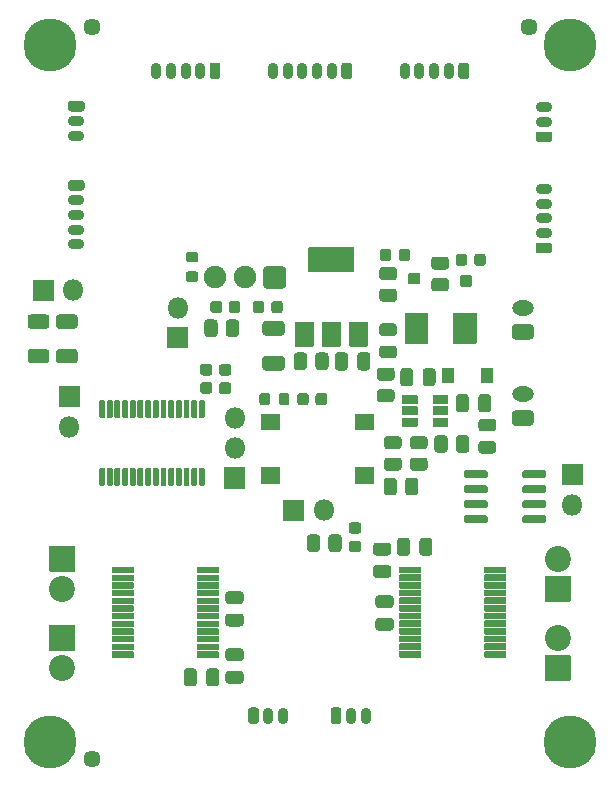
<source format=gbr>
%TF.GenerationSoftware,KiCad,Pcbnew,5.1.10*%
%TF.CreationDate,2021-06-13T09:42:38+02:00*%
%TF.ProjectId,nsumo,6e73756d-6f2e-46b6-9963-61645f706362,rev?*%
%TF.SameCoordinates,Original*%
%TF.FileFunction,Soldermask,Top*%
%TF.FilePolarity,Negative*%
%FSLAX46Y46*%
G04 Gerber Fmt 4.6, Leading zero omitted, Abs format (unit mm)*
G04 Created by KiCad (PCBNEW 5.1.10) date 2021-06-13 09:42:38*
%MOMM*%
%LPD*%
G01*
G04 APERTURE LIST*
%ADD10C,1.448000*%
%ADD11O,0.900000X1.400000*%
%ADD12O,1.400000X0.900000*%
%ADD13C,2.200000*%
%ADD14C,0.800000*%
%ADD15C,4.500000*%
%ADD16O,1.850000X1.300000*%
%ADD17O,1.800000X1.800000*%
%ADD18C,1.900000*%
G04 APERTURE END LIST*
D10*
%TO.C,REF\u002A\u002A*%
X34500000Y-143500000D03*
%TD*%
%TO.C,U7*%
G36*
G01*
X70950000Y-119520000D02*
X70950000Y-119170000D01*
G75*
G02*
X71125000Y-118995000I175000J0D01*
G01*
X72825000Y-118995000D01*
G75*
G02*
X73000000Y-119170000I0J-175000D01*
G01*
X73000000Y-119520000D01*
G75*
G02*
X72825000Y-119695000I-175000J0D01*
G01*
X71125000Y-119695000D01*
G75*
G02*
X70950000Y-119520000I0J175000D01*
G01*
G37*
G36*
G01*
X70950000Y-120790000D02*
X70950000Y-120440000D01*
G75*
G02*
X71125000Y-120265000I175000J0D01*
G01*
X72825000Y-120265000D01*
G75*
G02*
X73000000Y-120440000I0J-175000D01*
G01*
X73000000Y-120790000D01*
G75*
G02*
X72825000Y-120965000I-175000J0D01*
G01*
X71125000Y-120965000D01*
G75*
G02*
X70950000Y-120790000I0J175000D01*
G01*
G37*
G36*
G01*
X70950000Y-122060000D02*
X70950000Y-121710000D01*
G75*
G02*
X71125000Y-121535000I175000J0D01*
G01*
X72825000Y-121535000D01*
G75*
G02*
X73000000Y-121710000I0J-175000D01*
G01*
X73000000Y-122060000D01*
G75*
G02*
X72825000Y-122235000I-175000J0D01*
G01*
X71125000Y-122235000D01*
G75*
G02*
X70950000Y-122060000I0J175000D01*
G01*
G37*
G36*
G01*
X70950000Y-123330000D02*
X70950000Y-122980000D01*
G75*
G02*
X71125000Y-122805000I175000J0D01*
G01*
X72825000Y-122805000D01*
G75*
G02*
X73000000Y-122980000I0J-175000D01*
G01*
X73000000Y-123330000D01*
G75*
G02*
X72825000Y-123505000I-175000J0D01*
G01*
X71125000Y-123505000D01*
G75*
G02*
X70950000Y-123330000I0J175000D01*
G01*
G37*
G36*
G01*
X66000000Y-123330000D02*
X66000000Y-122980000D01*
G75*
G02*
X66175000Y-122805000I175000J0D01*
G01*
X67875000Y-122805000D01*
G75*
G02*
X68050000Y-122980000I0J-175000D01*
G01*
X68050000Y-123330000D01*
G75*
G02*
X67875000Y-123505000I-175000J0D01*
G01*
X66175000Y-123505000D01*
G75*
G02*
X66000000Y-123330000I0J175000D01*
G01*
G37*
G36*
G01*
X66000000Y-122060000D02*
X66000000Y-121710000D01*
G75*
G02*
X66175000Y-121535000I175000J0D01*
G01*
X67875000Y-121535000D01*
G75*
G02*
X68050000Y-121710000I0J-175000D01*
G01*
X68050000Y-122060000D01*
G75*
G02*
X67875000Y-122235000I-175000J0D01*
G01*
X66175000Y-122235000D01*
G75*
G02*
X66000000Y-122060000I0J175000D01*
G01*
G37*
G36*
G01*
X66000000Y-120790000D02*
X66000000Y-120440000D01*
G75*
G02*
X66175000Y-120265000I175000J0D01*
G01*
X67875000Y-120265000D01*
G75*
G02*
X68050000Y-120440000I0J-175000D01*
G01*
X68050000Y-120790000D01*
G75*
G02*
X67875000Y-120965000I-175000J0D01*
G01*
X66175000Y-120965000D01*
G75*
G02*
X66000000Y-120790000I0J175000D01*
G01*
G37*
G36*
G01*
X66000000Y-119520000D02*
X66000000Y-119170000D01*
G75*
G02*
X66175000Y-118995000I175000J0D01*
G01*
X67875000Y-118995000D01*
G75*
G02*
X68050000Y-119170000I0J-175000D01*
G01*
X68050000Y-119520000D01*
G75*
G02*
X67875000Y-119695000I-175000J0D01*
G01*
X66175000Y-119695000D01*
G75*
G02*
X66000000Y-119520000I0J175000D01*
G01*
G37*
%TD*%
%TO.C,C3*%
G36*
G01*
X50578262Y-107625000D02*
X49221738Y-107625000D01*
G75*
G02*
X48950000Y-107353262I0J271738D01*
G01*
X48950000Y-106646738D01*
G75*
G02*
X49221738Y-106375000I271738J0D01*
G01*
X50578262Y-106375000D01*
G75*
G02*
X50850000Y-106646738I0J-271738D01*
G01*
X50850000Y-107353262D01*
G75*
G02*
X50578262Y-107625000I-271738J0D01*
G01*
G37*
G36*
G01*
X50578262Y-110575000D02*
X49221738Y-110575000D01*
G75*
G02*
X48950000Y-110303262I0J271738D01*
G01*
X48950000Y-109596738D01*
G75*
G02*
X49221738Y-109325000I271738J0D01*
G01*
X50578262Y-109325000D01*
G75*
G02*
X50850000Y-109596738I0J-271738D01*
G01*
X50850000Y-110303262D01*
G75*
G02*
X50578262Y-110575000I-271738J0D01*
G01*
G37*
%TD*%
%TO.C,J22*%
G36*
G01*
X54750000Y-140275000D02*
X54750000Y-139325000D01*
G75*
G02*
X54975000Y-139100000I225000J0D01*
G01*
X55425000Y-139100000D01*
G75*
G02*
X55650000Y-139325000I0J-225000D01*
G01*
X55650000Y-140275000D01*
G75*
G02*
X55425000Y-140500000I-225000J0D01*
G01*
X54975000Y-140500000D01*
G75*
G02*
X54750000Y-140275000I0J225000D01*
G01*
G37*
D11*
X56450000Y-139800000D03*
X57700000Y-139800000D03*
%TD*%
D12*
%TO.C,J21*%
X72800000Y-88300000D03*
X72800000Y-89550000D03*
G36*
G01*
X73275000Y-91250000D02*
X72325000Y-91250000D01*
G75*
G02*
X72100000Y-91025000I0J225000D01*
G01*
X72100000Y-90575000D01*
G75*
G02*
X72325000Y-90350000I225000J0D01*
G01*
X73275000Y-90350000D01*
G75*
G02*
X73500000Y-90575000I0J-225000D01*
G01*
X73500000Y-91025000D01*
G75*
G02*
X73275000Y-91250000I-225000J0D01*
G01*
G37*
%TD*%
D11*
%TO.C,J20*%
X50700000Y-139800000D03*
X49450000Y-139800000D03*
G36*
G01*
X47750000Y-140275000D02*
X47750000Y-139325000D01*
G75*
G02*
X47975000Y-139100000I225000J0D01*
G01*
X48425000Y-139100000D01*
G75*
G02*
X48650000Y-139325000I0J-225000D01*
G01*
X48650000Y-140275000D01*
G75*
G02*
X48425000Y-140500000I-225000J0D01*
G01*
X47975000Y-140500000D01*
G75*
G02*
X47750000Y-140275000I0J225000D01*
G01*
G37*
%TD*%
D12*
%TO.C,J19*%
X33200000Y-90700000D03*
X33200000Y-89450000D03*
G36*
G01*
X32725000Y-87750000D02*
X33675000Y-87750000D01*
G75*
G02*
X33900000Y-87975000I0J-225000D01*
G01*
X33900000Y-88425000D01*
G75*
G02*
X33675000Y-88650000I-225000J0D01*
G01*
X32725000Y-88650000D01*
G75*
G02*
X32500000Y-88425000I0J225000D01*
G01*
X32500000Y-87975000D01*
G75*
G02*
X32725000Y-87750000I225000J0D01*
G01*
G37*
%TD*%
D10*
%TO.C,REF\u002A\u002A*%
X71500000Y-81500000D03*
%TD*%
%TO.C,REF\u002A\u002A*%
X34500000Y-81500000D03*
%TD*%
D13*
%TO.C,J18*%
X32000000Y-135740000D03*
G36*
G01*
X30950000Y-132100000D02*
X33050000Y-132100000D01*
G75*
G02*
X33100000Y-132150000I0J-50000D01*
G01*
X33100000Y-134250000D01*
G75*
G02*
X33050000Y-134300000I-50000J0D01*
G01*
X30950000Y-134300000D01*
G75*
G02*
X30900000Y-134250000I0J50000D01*
G01*
X30900000Y-132150000D01*
G75*
G02*
X30950000Y-132100000I50000J0D01*
G01*
G37*
%TD*%
%TO.C,J17*%
X32000000Y-129040000D03*
G36*
G01*
X30950000Y-125400000D02*
X33050000Y-125400000D01*
G75*
G02*
X33100000Y-125450000I0J-50000D01*
G01*
X33100000Y-127550000D01*
G75*
G02*
X33050000Y-127600000I-50000J0D01*
G01*
X30950000Y-127600000D01*
G75*
G02*
X30900000Y-127550000I0J50000D01*
G01*
X30900000Y-125450000D01*
G75*
G02*
X30950000Y-125400000I50000J0D01*
G01*
G37*
%TD*%
%TO.C,J15*%
X73950000Y-133223000D03*
G36*
G01*
X75000000Y-136863000D02*
X72900000Y-136863000D01*
G75*
G02*
X72850000Y-136813000I0J50000D01*
G01*
X72850000Y-134713000D01*
G75*
G02*
X72900000Y-134663000I50000J0D01*
G01*
X75000000Y-134663000D01*
G75*
G02*
X75050000Y-134713000I0J-50000D01*
G01*
X75050000Y-136813000D01*
G75*
G02*
X75000000Y-136863000I-50000J0D01*
G01*
G37*
%TD*%
%TO.C,J14*%
X73950000Y-126500000D03*
G36*
G01*
X75000000Y-130140000D02*
X72900000Y-130140000D01*
G75*
G02*
X72850000Y-130090000I0J50000D01*
G01*
X72850000Y-127990000D01*
G75*
G02*
X72900000Y-127940000I50000J0D01*
G01*
X75000000Y-127940000D01*
G75*
G02*
X75050000Y-127990000I0J-50000D01*
G01*
X75050000Y-130090000D01*
G75*
G02*
X75000000Y-130140000I-50000J0D01*
G01*
G37*
%TD*%
%TO.C,C14*%
G36*
G01*
X62250000Y-126000000D02*
X62250000Y-125000000D01*
G75*
G02*
X62525000Y-124725000I275000J0D01*
G01*
X63075000Y-124725000D01*
G75*
G02*
X63350000Y-125000000I0J-275000D01*
G01*
X63350000Y-126000000D01*
G75*
G02*
X63075000Y-126275000I-275000J0D01*
G01*
X62525000Y-126275000D01*
G75*
G02*
X62250000Y-126000000I0J275000D01*
G01*
G37*
G36*
G01*
X60350000Y-126000000D02*
X60350000Y-125000000D01*
G75*
G02*
X60625000Y-124725000I275000J0D01*
G01*
X61175000Y-124725000D01*
G75*
G02*
X61450000Y-125000000I0J-275000D01*
G01*
X61450000Y-126000000D01*
G75*
G02*
X61175000Y-126275000I-275000J0D01*
G01*
X60625000Y-126275000D01*
G75*
G02*
X60350000Y-126000000I0J275000D01*
G01*
G37*
%TD*%
%TO.C,C13*%
G36*
G01*
X47100000Y-135200000D02*
X46100000Y-135200000D01*
G75*
G02*
X45825000Y-134925000I0J275000D01*
G01*
X45825000Y-134375000D01*
G75*
G02*
X46100000Y-134100000I275000J0D01*
G01*
X47100000Y-134100000D01*
G75*
G02*
X47375000Y-134375000I0J-275000D01*
G01*
X47375000Y-134925000D01*
G75*
G02*
X47100000Y-135200000I-275000J0D01*
G01*
G37*
G36*
G01*
X47100000Y-137100000D02*
X46100000Y-137100000D01*
G75*
G02*
X45825000Y-136825000I0J275000D01*
G01*
X45825000Y-136275000D01*
G75*
G02*
X46100000Y-136000000I275000J0D01*
G01*
X47100000Y-136000000D01*
G75*
G02*
X47375000Y-136275000I0J-275000D01*
G01*
X47375000Y-136825000D01*
G75*
G02*
X47100000Y-137100000I-275000J0D01*
G01*
G37*
%TD*%
%TO.C,C12*%
G36*
G01*
X58600000Y-127050000D02*
X59600000Y-127050000D01*
G75*
G02*
X59875000Y-127325000I0J-275000D01*
G01*
X59875000Y-127875000D01*
G75*
G02*
X59600000Y-128150000I-275000J0D01*
G01*
X58600000Y-128150000D01*
G75*
G02*
X58325000Y-127875000I0J275000D01*
G01*
X58325000Y-127325000D01*
G75*
G02*
X58600000Y-127050000I275000J0D01*
G01*
G37*
G36*
G01*
X58600000Y-125150000D02*
X59600000Y-125150000D01*
G75*
G02*
X59875000Y-125425000I0J-275000D01*
G01*
X59875000Y-125975000D01*
G75*
G02*
X59600000Y-126250000I-275000J0D01*
G01*
X58600000Y-126250000D01*
G75*
G02*
X58325000Y-125975000I0J275000D01*
G01*
X58325000Y-125425000D01*
G75*
G02*
X58600000Y-125150000I275000J0D01*
G01*
G37*
%TD*%
%TO.C,C11*%
G36*
G01*
X43400000Y-136050000D02*
X43400000Y-137050000D01*
G75*
G02*
X43125000Y-137325000I-275000J0D01*
G01*
X42575000Y-137325000D01*
G75*
G02*
X42300000Y-137050000I0J275000D01*
G01*
X42300000Y-136050000D01*
G75*
G02*
X42575000Y-135775000I275000J0D01*
G01*
X43125000Y-135775000D01*
G75*
G02*
X43400000Y-136050000I0J-275000D01*
G01*
G37*
G36*
G01*
X45300000Y-136050000D02*
X45300000Y-137050000D01*
G75*
G02*
X45025000Y-137325000I-275000J0D01*
G01*
X44475000Y-137325000D01*
G75*
G02*
X44200000Y-137050000I0J275000D01*
G01*
X44200000Y-136050000D01*
G75*
G02*
X44475000Y-135775000I275000J0D01*
G01*
X45025000Y-135775000D01*
G75*
G02*
X45300000Y-136050000I0J-275000D01*
G01*
G37*
%TD*%
%TO.C,C10*%
G36*
G01*
X59800000Y-130700000D02*
X58800000Y-130700000D01*
G75*
G02*
X58525000Y-130425000I0J275000D01*
G01*
X58525000Y-129875000D01*
G75*
G02*
X58800000Y-129600000I275000J0D01*
G01*
X59800000Y-129600000D01*
G75*
G02*
X60075000Y-129875000I0J-275000D01*
G01*
X60075000Y-130425000D01*
G75*
G02*
X59800000Y-130700000I-275000J0D01*
G01*
G37*
G36*
G01*
X59800000Y-132600000D02*
X58800000Y-132600000D01*
G75*
G02*
X58525000Y-132325000I0J275000D01*
G01*
X58525000Y-131775000D01*
G75*
G02*
X58800000Y-131500000I275000J0D01*
G01*
X59800000Y-131500000D01*
G75*
G02*
X60075000Y-131775000I0J-275000D01*
G01*
X60075000Y-132325000D01*
G75*
G02*
X59800000Y-132600000I-275000J0D01*
G01*
G37*
%TD*%
%TO.C,C9*%
G36*
G01*
X46100000Y-131150000D02*
X47100000Y-131150000D01*
G75*
G02*
X47375000Y-131425000I0J-275000D01*
G01*
X47375000Y-131975000D01*
G75*
G02*
X47100000Y-132250000I-275000J0D01*
G01*
X46100000Y-132250000D01*
G75*
G02*
X45825000Y-131975000I0J275000D01*
G01*
X45825000Y-131425000D01*
G75*
G02*
X46100000Y-131150000I275000J0D01*
G01*
G37*
G36*
G01*
X46100000Y-129250000D02*
X47100000Y-129250000D01*
G75*
G02*
X47375000Y-129525000I0J-275000D01*
G01*
X47375000Y-130075000D01*
G75*
G02*
X47100000Y-130350000I-275000J0D01*
G01*
X46100000Y-130350000D01*
G75*
G02*
X45825000Y-130075000I0J275000D01*
G01*
X45825000Y-129525000D01*
G75*
G02*
X46100000Y-129250000I275000J0D01*
G01*
G37*
%TD*%
%TO.C,U5*%
G36*
G01*
X53250000Y-108545000D02*
X51750000Y-108545000D01*
G75*
G02*
X51700000Y-108495000I0J50000D01*
G01*
X51700000Y-106495000D01*
G75*
G02*
X51750000Y-106445000I50000J0D01*
G01*
X53250000Y-106445000D01*
G75*
G02*
X53300000Y-106495000I0J-50000D01*
G01*
X53300000Y-108495000D01*
G75*
G02*
X53250000Y-108545000I-50000J0D01*
G01*
G37*
G36*
G01*
X57850000Y-108545000D02*
X56350000Y-108545000D01*
G75*
G02*
X56300000Y-108495000I0J50000D01*
G01*
X56300000Y-106495000D01*
G75*
G02*
X56350000Y-106445000I50000J0D01*
G01*
X57850000Y-106445000D01*
G75*
G02*
X57900000Y-106495000I0J-50000D01*
G01*
X57900000Y-108495000D01*
G75*
G02*
X57850000Y-108545000I-50000J0D01*
G01*
G37*
G36*
G01*
X55550000Y-108545000D02*
X54050000Y-108545000D01*
G75*
G02*
X54000000Y-108495000I0J50000D01*
G01*
X54000000Y-106495000D01*
G75*
G02*
X54050000Y-106445000I50000J0D01*
G01*
X55550000Y-106445000D01*
G75*
G02*
X55600000Y-106495000I0J-50000D01*
G01*
X55600000Y-108495000D01*
G75*
G02*
X55550000Y-108545000I-50000J0D01*
G01*
G37*
G36*
G01*
X56700000Y-102245000D02*
X52900000Y-102245000D01*
G75*
G02*
X52850000Y-102195000I0J50000D01*
G01*
X52850000Y-100195000D01*
G75*
G02*
X52900000Y-100145000I50000J0D01*
G01*
X56700000Y-100145000D01*
G75*
G02*
X56750000Y-100195000I0J-50000D01*
G01*
X56750000Y-102195000D01*
G75*
G02*
X56700000Y-102245000I-50000J0D01*
G01*
G37*
%TD*%
%TO.C,R9*%
G36*
G01*
X30652780Y-107050000D02*
X29347220Y-107050000D01*
G75*
G02*
X29075000Y-106777780I0J272220D01*
G01*
X29075000Y-106097220D01*
G75*
G02*
X29347220Y-105825000I272220J0D01*
G01*
X30652780Y-105825000D01*
G75*
G02*
X30925000Y-106097220I0J-272220D01*
G01*
X30925000Y-106777780D01*
G75*
G02*
X30652780Y-107050000I-272220J0D01*
G01*
G37*
G36*
G01*
X30652780Y-109975000D02*
X29347220Y-109975000D01*
G75*
G02*
X29075000Y-109702780I0J272220D01*
G01*
X29075000Y-109022220D01*
G75*
G02*
X29347220Y-108750000I272220J0D01*
G01*
X30652780Y-108750000D01*
G75*
G02*
X30925000Y-109022220I0J-272220D01*
G01*
X30925000Y-109702780D01*
G75*
G02*
X30652780Y-109975000I-272220J0D01*
G01*
G37*
%TD*%
%TO.C,R8*%
G36*
G01*
X33052780Y-107050000D02*
X31747220Y-107050000D01*
G75*
G02*
X31475000Y-106777780I0J272220D01*
G01*
X31475000Y-106097220D01*
G75*
G02*
X31747220Y-105825000I272220J0D01*
G01*
X33052780Y-105825000D01*
G75*
G02*
X33325000Y-106097220I0J-272220D01*
G01*
X33325000Y-106777780D01*
G75*
G02*
X33052780Y-107050000I-272220J0D01*
G01*
G37*
G36*
G01*
X33052780Y-109975000D02*
X31747220Y-109975000D01*
G75*
G02*
X31475000Y-109702780I0J272220D01*
G01*
X31475000Y-109022220D01*
G75*
G02*
X31747220Y-108750000I272220J0D01*
G01*
X33052780Y-108750000D01*
G75*
G02*
X33325000Y-109022220I0J-272220D01*
G01*
X33325000Y-109702780D01*
G75*
G02*
X33052780Y-109975000I-272220J0D01*
G01*
G37*
%TD*%
D12*
%TO.C,J1*%
X33200000Y-99900000D03*
X33200000Y-98650000D03*
X33200000Y-97400000D03*
X33200000Y-96150000D03*
G36*
G01*
X32725000Y-94450000D02*
X33675000Y-94450000D01*
G75*
G02*
X33900000Y-94675000I0J-225000D01*
G01*
X33900000Y-95125000D01*
G75*
G02*
X33675000Y-95350000I-225000J0D01*
G01*
X32725000Y-95350000D01*
G75*
G02*
X32500000Y-95125000I0J225000D01*
G01*
X32500000Y-94675000D01*
G75*
G02*
X32725000Y-94450000I225000J0D01*
G01*
G37*
%TD*%
D11*
%TO.C,J4*%
X39950000Y-85200000D03*
X41200000Y-85200000D03*
X42450000Y-85200000D03*
X43700000Y-85200000D03*
G36*
G01*
X45400000Y-84725000D02*
X45400000Y-85675000D01*
G75*
G02*
X45175000Y-85900000I-225000J0D01*
G01*
X44725000Y-85900000D01*
G75*
G02*
X44500000Y-85675000I0J225000D01*
G01*
X44500000Y-84725000D01*
G75*
G02*
X44725000Y-84500000I225000J0D01*
G01*
X45175000Y-84500000D01*
G75*
G02*
X45400000Y-84725000I0J-225000D01*
G01*
G37*
%TD*%
%TO.C,J2*%
X49850000Y-85200000D03*
X51100000Y-85200000D03*
X52350000Y-85200000D03*
X53600000Y-85200000D03*
X54850000Y-85200000D03*
G36*
G01*
X56550000Y-84725000D02*
X56550000Y-85675000D01*
G75*
G02*
X56325000Y-85900000I-225000J0D01*
G01*
X55875000Y-85900000D01*
G75*
G02*
X55650000Y-85675000I0J225000D01*
G01*
X55650000Y-84725000D01*
G75*
G02*
X55875000Y-84500000I225000J0D01*
G01*
X56325000Y-84500000D01*
G75*
G02*
X56550000Y-84725000I0J-225000D01*
G01*
G37*
%TD*%
D14*
%TO.C,H4*%
X32166726Y-81833274D03*
X31000000Y-81350000D03*
X29833274Y-81833274D03*
X29350000Y-83000000D03*
X29833274Y-84166726D03*
X31000000Y-84650000D03*
X32166726Y-84166726D03*
X32650000Y-83000000D03*
D15*
X31000000Y-83000000D03*
%TD*%
D14*
%TO.C,H3*%
X76166726Y-81833274D03*
X75000000Y-81350000D03*
X73833274Y-81833274D03*
X73350000Y-83000000D03*
X73833274Y-84166726D03*
X75000000Y-84650000D03*
X76166726Y-84166726D03*
X76650000Y-83000000D03*
D15*
X75000000Y-83000000D03*
%TD*%
D14*
%TO.C,H2*%
X32166726Y-140833274D03*
X31000000Y-140350000D03*
X29833274Y-140833274D03*
X29350000Y-142000000D03*
X29833274Y-143166726D03*
X31000000Y-143650000D03*
X32166726Y-143166726D03*
X32650000Y-142000000D03*
D15*
X31000000Y-142000000D03*
%TD*%
D14*
%TO.C,H1*%
X76166726Y-140833274D03*
X75000000Y-140350000D03*
X73833274Y-140833274D03*
X73350000Y-142000000D03*
X73833274Y-143166726D03*
X75000000Y-143650000D03*
X76166726Y-143166726D03*
X76650000Y-142000000D03*
D15*
X75000000Y-142000000D03*
%TD*%
D16*
%TO.C,J5*%
X71000000Y-105300000D03*
G36*
G01*
X71654168Y-107950000D02*
X70345832Y-107950000D01*
G75*
G02*
X70075000Y-107679168I0J270832D01*
G01*
X70075000Y-106920832D01*
G75*
G02*
X70345832Y-106650000I270832J0D01*
G01*
X71654168Y-106650000D01*
G75*
G02*
X71925000Y-106920832I0J-270832D01*
G01*
X71925000Y-107679168D01*
G75*
G02*
X71654168Y-107950000I-270832J0D01*
G01*
G37*
%TD*%
%TO.C,J3*%
X71000000Y-112600000D03*
G36*
G01*
X71654168Y-115250000D02*
X70345832Y-115250000D01*
G75*
G02*
X70075000Y-114979168I0J270832D01*
G01*
X70075000Y-114220832D01*
G75*
G02*
X70345832Y-113950000I270832J0D01*
G01*
X71654168Y-113950000D01*
G75*
G02*
X71925000Y-114220832I0J-270832D01*
G01*
X71925000Y-114979168D01*
G75*
G02*
X71654168Y-115250000I-270832J0D01*
G01*
G37*
%TD*%
D12*
%TO.C,J9*%
X72800000Y-95200000D03*
X72800000Y-96450000D03*
X72800000Y-97700000D03*
X72800000Y-98950000D03*
G36*
G01*
X73275000Y-100650000D02*
X72325000Y-100650000D01*
G75*
G02*
X72100000Y-100425000I0J225000D01*
G01*
X72100000Y-99975000D01*
G75*
G02*
X72325000Y-99750000I225000J0D01*
G01*
X73275000Y-99750000D01*
G75*
G02*
X73500000Y-99975000I0J-225000D01*
G01*
X73500000Y-100425000D01*
G75*
G02*
X73275000Y-100650000I-225000J0D01*
G01*
G37*
%TD*%
D11*
%TO.C,J7*%
X61000000Y-85200000D03*
X62250000Y-85200000D03*
X63500000Y-85200000D03*
X64750000Y-85200000D03*
G36*
G01*
X66450000Y-84725000D02*
X66450000Y-85675000D01*
G75*
G02*
X66225000Y-85900000I-225000J0D01*
G01*
X65775000Y-85900000D01*
G75*
G02*
X65550000Y-85675000I0J225000D01*
G01*
X65550000Y-84725000D01*
G75*
G02*
X65775000Y-84500000I225000J0D01*
G01*
X66225000Y-84500000D01*
G75*
G02*
X66450000Y-84725000I0J-225000D01*
G01*
G37*
%TD*%
D17*
%TO.C,J6*%
X32940000Y-103800000D03*
G36*
G01*
X31250000Y-104700000D02*
X29550000Y-104700000D01*
G75*
G02*
X29500000Y-104650000I0J50000D01*
G01*
X29500000Y-102950000D01*
G75*
G02*
X29550000Y-102900000I50000J0D01*
G01*
X31250000Y-102900000D01*
G75*
G02*
X31300000Y-102950000I0J-50000D01*
G01*
X31300000Y-104650000D01*
G75*
G02*
X31250000Y-104700000I-50000J0D01*
G01*
G37*
%TD*%
%TO.C,R5*%
G36*
G01*
X54550000Y-125675612D02*
X54550000Y-124724388D01*
G75*
G02*
X54824388Y-124450000I274388J0D01*
G01*
X55400612Y-124450000D01*
G75*
G02*
X55675000Y-124724388I0J-274388D01*
G01*
X55675000Y-125675612D01*
G75*
G02*
X55400612Y-125950000I-274388J0D01*
G01*
X54824388Y-125950000D01*
G75*
G02*
X54550000Y-125675612I0J274388D01*
G01*
G37*
G36*
G01*
X52725000Y-125675612D02*
X52725000Y-124724388D01*
G75*
G02*
X52999388Y-124450000I274388J0D01*
G01*
X53575612Y-124450000D01*
G75*
G02*
X53850000Y-124724388I0J-274388D01*
G01*
X53850000Y-125675612D01*
G75*
G02*
X53575612Y-125950000I-274388J0D01*
G01*
X52999388Y-125950000D01*
G75*
G02*
X52725000Y-125675612I0J274388D01*
G01*
G37*
%TD*%
%TO.C,J12*%
X54140000Y-122400000D03*
G36*
G01*
X52450000Y-123300000D02*
X50750000Y-123300000D01*
G75*
G02*
X50700000Y-123250000I0J50000D01*
G01*
X50700000Y-121550000D01*
G75*
G02*
X50750000Y-121500000I50000J0D01*
G01*
X52450000Y-121500000D01*
G75*
G02*
X52500000Y-121550000I0J-50000D01*
G01*
X52500000Y-123250000D01*
G75*
G02*
X52450000Y-123300000I-50000J0D01*
G01*
G37*
%TD*%
%TO.C,J11*%
X46600000Y-114600000D03*
X46600000Y-117140000D03*
G36*
G01*
X47500000Y-118830000D02*
X47500000Y-120530000D01*
G75*
G02*
X47450000Y-120580000I-50000J0D01*
G01*
X45750000Y-120580000D01*
G75*
G02*
X45700000Y-120530000I0J50000D01*
G01*
X45700000Y-118830000D01*
G75*
G02*
X45750000Y-118780000I50000J0D01*
G01*
X47450000Y-118780000D01*
G75*
G02*
X47500000Y-118830000I0J-50000D01*
G01*
G37*
%TD*%
%TO.C,J8*%
X32600000Y-115340000D03*
G36*
G01*
X31700000Y-113650000D02*
X31700000Y-111950000D01*
G75*
G02*
X31750000Y-111900000I50000J0D01*
G01*
X33450000Y-111900000D01*
G75*
G02*
X33500000Y-111950000I0J-50000D01*
G01*
X33500000Y-113650000D01*
G75*
G02*
X33450000Y-113700000I-50000J0D01*
G01*
X31750000Y-113700000D01*
G75*
G02*
X31700000Y-113650000I0J50000D01*
G01*
G37*
%TD*%
%TO.C,J10*%
X41800000Y-105260000D03*
G36*
G01*
X42700000Y-106950000D02*
X42700000Y-108650000D01*
G75*
G02*
X42650000Y-108700000I-50000J0D01*
G01*
X40950000Y-108700000D01*
G75*
G02*
X40900000Y-108650000I0J50000D01*
G01*
X40900000Y-106950000D01*
G75*
G02*
X40950000Y-106900000I50000J0D01*
G01*
X42650000Y-106900000D01*
G75*
G02*
X42700000Y-106950000I0J-50000D01*
G01*
G37*
%TD*%
%TO.C,D5*%
G36*
G01*
X49712500Y-105481250D02*
X49712500Y-104918750D01*
G75*
G02*
X49956250Y-104675000I243750J0D01*
G01*
X50443750Y-104675000D01*
G75*
G02*
X50687500Y-104918750I0J-243750D01*
G01*
X50687500Y-105481250D01*
G75*
G02*
X50443750Y-105725000I-243750J0D01*
G01*
X49956250Y-105725000D01*
G75*
G02*
X49712500Y-105481250I0J243750D01*
G01*
G37*
G36*
G01*
X48137500Y-105481250D02*
X48137500Y-104918750D01*
G75*
G02*
X48381250Y-104675000I243750J0D01*
G01*
X48868750Y-104675000D01*
G75*
G02*
X49112500Y-104918750I0J-243750D01*
G01*
X49112500Y-105481250D01*
G75*
G02*
X48868750Y-105725000I-243750J0D01*
G01*
X48381250Y-105725000D01*
G75*
G02*
X48137500Y-105481250I0J243750D01*
G01*
G37*
%TD*%
%TO.C,SW2*%
X75200000Y-121940000D03*
G36*
G01*
X74300000Y-120250000D02*
X74300000Y-118550000D01*
G75*
G02*
X74350000Y-118500000I50000J0D01*
G01*
X76050000Y-118500000D01*
G75*
G02*
X76100000Y-118550000I0J-50000D01*
G01*
X76100000Y-120250000D01*
G75*
G02*
X76050000Y-120300000I-50000J0D01*
G01*
X74350000Y-120300000D01*
G75*
G02*
X74300000Y-120250000I0J50000D01*
G01*
G37*
%TD*%
%TO.C,SW1*%
G36*
G01*
X50475000Y-114300000D02*
X50475000Y-115600000D01*
G75*
G02*
X50425000Y-115650000I-50000J0D01*
G01*
X48875000Y-115650000D01*
G75*
G02*
X48825000Y-115600000I0J50000D01*
G01*
X48825000Y-114300000D01*
G75*
G02*
X48875000Y-114250000I50000J0D01*
G01*
X50425000Y-114250000D01*
G75*
G02*
X50475000Y-114300000I0J-50000D01*
G01*
G37*
G36*
G01*
X50475000Y-118800000D02*
X50475000Y-120100000D01*
G75*
G02*
X50425000Y-120150000I-50000J0D01*
G01*
X48875000Y-120150000D01*
G75*
G02*
X48825000Y-120100000I0J50000D01*
G01*
X48825000Y-118800000D01*
G75*
G02*
X48875000Y-118750000I50000J0D01*
G01*
X50425000Y-118750000D01*
G75*
G02*
X50475000Y-118800000I0J-50000D01*
G01*
G37*
G36*
G01*
X58425000Y-118800000D02*
X58425000Y-120100000D01*
G75*
G02*
X58375000Y-120150000I-50000J0D01*
G01*
X56825000Y-120150000D01*
G75*
G02*
X56775000Y-120100000I0J50000D01*
G01*
X56775000Y-118800000D01*
G75*
G02*
X56825000Y-118750000I50000J0D01*
G01*
X58375000Y-118750000D01*
G75*
G02*
X58425000Y-118800000I0J-50000D01*
G01*
G37*
G36*
G01*
X58425000Y-114300000D02*
X58425000Y-115600000D01*
G75*
G02*
X58375000Y-115650000I-50000J0D01*
G01*
X56825000Y-115650000D01*
G75*
G02*
X56775000Y-115600000I0J50000D01*
G01*
X56775000Y-114300000D01*
G75*
G02*
X56825000Y-114250000I50000J0D01*
G01*
X58375000Y-114250000D01*
G75*
G02*
X58425000Y-114300000I0J-50000D01*
G01*
G37*
%TD*%
%TO.C,U2*%
G36*
G01*
X63391000Y-113371000D02*
X63391000Y-112721000D01*
G75*
G02*
X63441000Y-112671000I50000J0D01*
G01*
X64661000Y-112671000D01*
G75*
G02*
X64711000Y-112721000I0J-50000D01*
G01*
X64711000Y-113371000D01*
G75*
G02*
X64661000Y-113421000I-50000J0D01*
G01*
X63441000Y-113421000D01*
G75*
G02*
X63391000Y-113371000I0J50000D01*
G01*
G37*
G36*
G01*
X63391000Y-114321000D02*
X63391000Y-113671000D01*
G75*
G02*
X63441000Y-113621000I50000J0D01*
G01*
X64661000Y-113621000D01*
G75*
G02*
X64711000Y-113671000I0J-50000D01*
G01*
X64711000Y-114321000D01*
G75*
G02*
X64661000Y-114371000I-50000J0D01*
G01*
X63441000Y-114371000D01*
G75*
G02*
X63391000Y-114321000I0J50000D01*
G01*
G37*
G36*
G01*
X63391000Y-115271000D02*
X63391000Y-114621000D01*
G75*
G02*
X63441000Y-114571000I50000J0D01*
G01*
X64661000Y-114571000D01*
G75*
G02*
X64711000Y-114621000I0J-50000D01*
G01*
X64711000Y-115271000D01*
G75*
G02*
X64661000Y-115321000I-50000J0D01*
G01*
X63441000Y-115321000D01*
G75*
G02*
X63391000Y-115271000I0J50000D01*
G01*
G37*
G36*
G01*
X60771000Y-115271000D02*
X60771000Y-114621000D01*
G75*
G02*
X60821000Y-114571000I50000J0D01*
G01*
X62041000Y-114571000D01*
G75*
G02*
X62091000Y-114621000I0J-50000D01*
G01*
X62091000Y-115271000D01*
G75*
G02*
X62041000Y-115321000I-50000J0D01*
G01*
X60821000Y-115321000D01*
G75*
G02*
X60771000Y-115271000I0J50000D01*
G01*
G37*
G36*
G01*
X60771000Y-114321000D02*
X60771000Y-113671000D01*
G75*
G02*
X60821000Y-113621000I50000J0D01*
G01*
X62041000Y-113621000D01*
G75*
G02*
X62091000Y-113671000I0J-50000D01*
G01*
X62091000Y-114321000D01*
G75*
G02*
X62041000Y-114371000I-50000J0D01*
G01*
X60821000Y-114371000D01*
G75*
G02*
X60771000Y-114321000I0J50000D01*
G01*
G37*
G36*
G01*
X60771000Y-113371000D02*
X60771000Y-112721000D01*
G75*
G02*
X60821000Y-112671000I50000J0D01*
G01*
X62041000Y-112671000D01*
G75*
G02*
X62091000Y-112721000I0J-50000D01*
G01*
X62091000Y-113371000D01*
G75*
G02*
X62041000Y-113421000I-50000J0D01*
G01*
X60821000Y-113421000D01*
G75*
G02*
X60771000Y-113371000I0J50000D01*
G01*
G37*
%TD*%
%TO.C,TP2*%
G36*
G01*
X66675000Y-102575000D02*
X66675000Y-103425000D01*
G75*
G02*
X66625000Y-103475000I-50000J0D01*
G01*
X65775000Y-103475000D01*
G75*
G02*
X65725000Y-103425000I0J50000D01*
G01*
X65725000Y-102575000D01*
G75*
G02*
X65775000Y-102525000I50000J0D01*
G01*
X66625000Y-102525000D01*
G75*
G02*
X66675000Y-102575000I0J-50000D01*
G01*
G37*
%TD*%
%TO.C,R15*%
G36*
G01*
X62675612Y-117250000D02*
X61724388Y-117250000D01*
G75*
G02*
X61450000Y-116975612I0J274388D01*
G01*
X61450000Y-116399388D01*
G75*
G02*
X61724388Y-116125000I274388J0D01*
G01*
X62675612Y-116125000D01*
G75*
G02*
X62950000Y-116399388I0J-274388D01*
G01*
X62950000Y-116975612D01*
G75*
G02*
X62675612Y-117250000I-274388J0D01*
G01*
G37*
G36*
G01*
X62675612Y-119075000D02*
X61724388Y-119075000D01*
G75*
G02*
X61450000Y-118800612I0J274388D01*
G01*
X61450000Y-118224388D01*
G75*
G02*
X61724388Y-117950000I274388J0D01*
G01*
X62675612Y-117950000D01*
G75*
G02*
X62950000Y-118224388I0J-274388D01*
G01*
X62950000Y-118800612D01*
G75*
G02*
X62675612Y-119075000I-274388J0D01*
G01*
G37*
%TD*%
%TO.C,R14*%
G36*
G01*
X61037500Y-120875612D02*
X61037500Y-119924388D01*
G75*
G02*
X61311888Y-119650000I274388J0D01*
G01*
X61888112Y-119650000D01*
G75*
G02*
X62162500Y-119924388I0J-274388D01*
G01*
X62162500Y-120875612D01*
G75*
G02*
X61888112Y-121150000I-274388J0D01*
G01*
X61311888Y-121150000D01*
G75*
G02*
X61037500Y-120875612I0J274388D01*
G01*
G37*
G36*
G01*
X59212500Y-120875612D02*
X59212500Y-119924388D01*
G75*
G02*
X59486888Y-119650000I274388J0D01*
G01*
X60063112Y-119650000D01*
G75*
G02*
X60337500Y-119924388I0J-274388D01*
G01*
X60337500Y-120875612D01*
G75*
G02*
X60063112Y-121150000I-274388J0D01*
G01*
X59486888Y-121150000D01*
G75*
G02*
X59212500Y-120875612I0J274388D01*
G01*
G37*
%TD*%
%TO.C,R13*%
G36*
G01*
X59524388Y-117950000D02*
X60475612Y-117950000D01*
G75*
G02*
X60750000Y-118224388I0J-274388D01*
G01*
X60750000Y-118800612D01*
G75*
G02*
X60475612Y-119075000I-274388J0D01*
G01*
X59524388Y-119075000D01*
G75*
G02*
X59250000Y-118800612I0J274388D01*
G01*
X59250000Y-118224388D01*
G75*
G02*
X59524388Y-117950000I274388J0D01*
G01*
G37*
G36*
G01*
X59524388Y-116125000D02*
X60475612Y-116125000D01*
G75*
G02*
X60750000Y-116399388I0J-274388D01*
G01*
X60750000Y-116975612D01*
G75*
G02*
X60475612Y-117250000I-274388J0D01*
G01*
X59524388Y-117250000D01*
G75*
G02*
X59250000Y-116975612I0J274388D01*
G01*
X59250000Y-116399388D01*
G75*
G02*
X59524388Y-116125000I274388J0D01*
G01*
G37*
%TD*%
%TO.C,R12*%
G36*
G01*
X58924388Y-112150000D02*
X59875612Y-112150000D01*
G75*
G02*
X60150000Y-112424388I0J-274388D01*
G01*
X60150000Y-113000612D01*
G75*
G02*
X59875612Y-113275000I-274388J0D01*
G01*
X58924388Y-113275000D01*
G75*
G02*
X58650000Y-113000612I0J274388D01*
G01*
X58650000Y-112424388D01*
G75*
G02*
X58924388Y-112150000I274388J0D01*
G01*
G37*
G36*
G01*
X58924388Y-110325000D02*
X59875612Y-110325000D01*
G75*
G02*
X60150000Y-110599388I0J-274388D01*
G01*
X60150000Y-111175612D01*
G75*
G02*
X59875612Y-111450000I-274388J0D01*
G01*
X58924388Y-111450000D01*
G75*
G02*
X58650000Y-111175612I0J274388D01*
G01*
X58650000Y-110599388D01*
G75*
G02*
X58924388Y-110325000I274388J0D01*
G01*
G37*
%TD*%
%TO.C,R3*%
G36*
G01*
X64650000Y-116324388D02*
X64650000Y-117275612D01*
G75*
G02*
X64375612Y-117550000I-274388J0D01*
G01*
X63799388Y-117550000D01*
G75*
G02*
X63525000Y-117275612I0J274388D01*
G01*
X63525000Y-116324388D01*
G75*
G02*
X63799388Y-116050000I274388J0D01*
G01*
X64375612Y-116050000D01*
G75*
G02*
X64650000Y-116324388I0J-274388D01*
G01*
G37*
G36*
G01*
X66475000Y-116324388D02*
X66475000Y-117275612D01*
G75*
G02*
X66200612Y-117550000I-274388J0D01*
G01*
X65624388Y-117550000D01*
G75*
G02*
X65350000Y-117275612I0J274388D01*
G01*
X65350000Y-116324388D01*
G75*
G02*
X65624388Y-116050000I274388J0D01*
G01*
X66200612Y-116050000D01*
G75*
G02*
X66475000Y-116324388I0J-274388D01*
G01*
G37*
%TD*%
%TO.C,L1*%
G36*
G01*
X67100000Y-105750000D02*
X67100000Y-108250000D01*
G75*
G02*
X67050000Y-108300000I-50000J0D01*
G01*
X65150000Y-108300000D01*
G75*
G02*
X65100000Y-108250000I0J50000D01*
G01*
X65100000Y-105750000D01*
G75*
G02*
X65150000Y-105700000I50000J0D01*
G01*
X67050000Y-105700000D01*
G75*
G02*
X67100000Y-105750000I0J-50000D01*
G01*
G37*
G36*
G01*
X63000000Y-105750000D02*
X63000000Y-108250000D01*
G75*
G02*
X62950000Y-108300000I-50000J0D01*
G01*
X61050000Y-108300000D01*
G75*
G02*
X61000000Y-108250000I0J50000D01*
G01*
X61000000Y-105750000D01*
G75*
G02*
X61050000Y-105700000I50000J0D01*
G01*
X62950000Y-105700000D01*
G75*
G02*
X63000000Y-105750000I0J-50000D01*
G01*
G37*
%TD*%
%TO.C,F2*%
G36*
G01*
X60081250Y-107662500D02*
X59118750Y-107662500D01*
G75*
G02*
X58850000Y-107393750I0J268750D01*
G01*
X58850000Y-106856250D01*
G75*
G02*
X59118750Y-106587500I268750J0D01*
G01*
X60081250Y-106587500D01*
G75*
G02*
X60350000Y-106856250I0J-268750D01*
G01*
X60350000Y-107393750D01*
G75*
G02*
X60081250Y-107662500I-268750J0D01*
G01*
G37*
G36*
G01*
X60081250Y-109537500D02*
X59118750Y-109537500D01*
G75*
G02*
X58850000Y-109268750I0J268750D01*
G01*
X58850000Y-108731250D01*
G75*
G02*
X59118750Y-108462500I268750J0D01*
G01*
X60081250Y-108462500D01*
G75*
G02*
X60350000Y-108731250I0J-268750D01*
G01*
X60350000Y-109268750D01*
G75*
G02*
X60081250Y-109537500I-268750J0D01*
G01*
G37*
%TD*%
%TO.C,F1*%
G36*
G01*
X68481250Y-115737500D02*
X67518750Y-115737500D01*
G75*
G02*
X67250000Y-115468750I0J268750D01*
G01*
X67250000Y-114931250D01*
G75*
G02*
X67518750Y-114662500I268750J0D01*
G01*
X68481250Y-114662500D01*
G75*
G02*
X68750000Y-114931250I0J-268750D01*
G01*
X68750000Y-115468750D01*
G75*
G02*
X68481250Y-115737500I-268750J0D01*
G01*
G37*
G36*
G01*
X68481250Y-117612500D02*
X67518750Y-117612500D01*
G75*
G02*
X67250000Y-117343750I0J268750D01*
G01*
X67250000Y-116806250D01*
G75*
G02*
X67518750Y-116537500I268750J0D01*
G01*
X68481250Y-116537500D01*
G75*
G02*
X68750000Y-116806250I0J-268750D01*
G01*
X68750000Y-117343750D01*
G75*
G02*
X68481250Y-117612500I-268750J0D01*
G01*
G37*
%TD*%
%TO.C,D4*%
G36*
G01*
X67500000Y-111600000D02*
X67500000Y-110400000D01*
G75*
G02*
X67550000Y-110350000I50000J0D01*
G01*
X68450000Y-110350000D01*
G75*
G02*
X68500000Y-110400000I0J-50000D01*
G01*
X68500000Y-111600000D01*
G75*
G02*
X68450000Y-111650000I-50000J0D01*
G01*
X67550000Y-111650000D01*
G75*
G02*
X67500000Y-111600000I0J50000D01*
G01*
G37*
G36*
G01*
X64200000Y-111600000D02*
X64200000Y-110400000D01*
G75*
G02*
X64250000Y-110350000I50000J0D01*
G01*
X65150000Y-110350000D01*
G75*
G02*
X65200000Y-110400000I0J-50000D01*
G01*
X65200000Y-111600000D01*
G75*
G02*
X65150000Y-111650000I-50000J0D01*
G01*
X64250000Y-111650000D01*
G75*
G02*
X64200000Y-111600000I0J50000D01*
G01*
G37*
%TD*%
%TO.C,C4*%
G36*
G01*
X62527000Y-111641000D02*
X62527000Y-110641000D01*
G75*
G02*
X62802000Y-110366000I275000J0D01*
G01*
X63352000Y-110366000D01*
G75*
G02*
X63627000Y-110641000I0J-275000D01*
G01*
X63627000Y-111641000D01*
G75*
G02*
X63352000Y-111916000I-275000J0D01*
G01*
X62802000Y-111916000D01*
G75*
G02*
X62527000Y-111641000I0J275000D01*
G01*
G37*
G36*
G01*
X60627000Y-111641000D02*
X60627000Y-110641000D01*
G75*
G02*
X60902000Y-110366000I275000J0D01*
G01*
X61452000Y-110366000D01*
G75*
G02*
X61727000Y-110641000I0J-275000D01*
G01*
X61727000Y-111641000D01*
G75*
G02*
X61452000Y-111916000I-275000J0D01*
G01*
X60902000Y-111916000D01*
G75*
G02*
X60627000Y-111641000I0J275000D01*
G01*
G37*
%TD*%
%TO.C,C1*%
G36*
G01*
X67231000Y-113846000D02*
X67231000Y-112846000D01*
G75*
G02*
X67506000Y-112571000I275000J0D01*
G01*
X68056000Y-112571000D01*
G75*
G02*
X68331000Y-112846000I0J-275000D01*
G01*
X68331000Y-113846000D01*
G75*
G02*
X68056000Y-114121000I-275000J0D01*
G01*
X67506000Y-114121000D01*
G75*
G02*
X67231000Y-113846000I0J275000D01*
G01*
G37*
G36*
G01*
X65331000Y-113846000D02*
X65331000Y-112846000D01*
G75*
G02*
X65606000Y-112571000I275000J0D01*
G01*
X66156000Y-112571000D01*
G75*
G02*
X66431000Y-112846000I0J-275000D01*
G01*
X66431000Y-113846000D01*
G75*
G02*
X66156000Y-114121000I-275000J0D01*
G01*
X65606000Y-114121000D01*
G75*
G02*
X65331000Y-113846000I0J275000D01*
G01*
G37*
%TD*%
%TO.C,TP1*%
G36*
G01*
X62225000Y-103275000D02*
X61375000Y-103275000D01*
G75*
G02*
X61325000Y-103225000I0J50000D01*
G01*
X61325000Y-102375000D01*
G75*
G02*
X61375000Y-102325000I50000J0D01*
G01*
X62225000Y-102325000D01*
G75*
G02*
X62275000Y-102375000I0J-50000D01*
G01*
X62275000Y-103225000D01*
G75*
G02*
X62225000Y-103275000I-50000J0D01*
G01*
G37*
%TD*%
%TO.C,R10*%
G36*
G01*
X45162500Y-106524388D02*
X45162500Y-107475612D01*
G75*
G02*
X44888112Y-107750000I-274388J0D01*
G01*
X44311888Y-107750000D01*
G75*
G02*
X44037500Y-107475612I0J274388D01*
G01*
X44037500Y-106524388D01*
G75*
G02*
X44311888Y-106250000I274388J0D01*
G01*
X44888112Y-106250000D01*
G75*
G02*
X45162500Y-106524388I0J-274388D01*
G01*
G37*
G36*
G01*
X46987500Y-106524388D02*
X46987500Y-107475612D01*
G75*
G02*
X46713112Y-107750000I-274388J0D01*
G01*
X46136888Y-107750000D01*
G75*
G02*
X45862500Y-107475612I0J274388D01*
G01*
X45862500Y-106524388D01*
G75*
G02*
X46136888Y-106250000I274388J0D01*
G01*
X46713112Y-106250000D01*
G75*
G02*
X46987500Y-106524388I0J-274388D01*
G01*
G37*
%TD*%
%TO.C,R7*%
G36*
G01*
X64475612Y-102050000D02*
X63524388Y-102050000D01*
G75*
G02*
X63250000Y-101775612I0J274388D01*
G01*
X63250000Y-101199388D01*
G75*
G02*
X63524388Y-100925000I274388J0D01*
G01*
X64475612Y-100925000D01*
G75*
G02*
X64750000Y-101199388I0J-274388D01*
G01*
X64750000Y-101775612D01*
G75*
G02*
X64475612Y-102050000I-274388J0D01*
G01*
G37*
G36*
G01*
X64475612Y-103875000D02*
X63524388Y-103875000D01*
G75*
G02*
X63250000Y-103600612I0J274388D01*
G01*
X63250000Y-103024388D01*
G75*
G02*
X63524388Y-102750000I274388J0D01*
G01*
X64475612Y-102750000D01*
G75*
G02*
X64750000Y-103024388I0J-274388D01*
G01*
X64750000Y-103600612D01*
G75*
G02*
X64475612Y-103875000I-274388J0D01*
G01*
G37*
%TD*%
%TO.C,R6*%
G36*
G01*
X60075612Y-102937500D02*
X59124388Y-102937500D01*
G75*
G02*
X58850000Y-102663112I0J274388D01*
G01*
X58850000Y-102086888D01*
G75*
G02*
X59124388Y-101812500I274388J0D01*
G01*
X60075612Y-101812500D01*
G75*
G02*
X60350000Y-102086888I0J-274388D01*
G01*
X60350000Y-102663112D01*
G75*
G02*
X60075612Y-102937500I-274388J0D01*
G01*
G37*
G36*
G01*
X60075612Y-104762500D02*
X59124388Y-104762500D01*
G75*
G02*
X58850000Y-104488112I0J274388D01*
G01*
X58850000Y-103911888D01*
G75*
G02*
X59124388Y-103637500I274388J0D01*
G01*
X60075612Y-103637500D01*
G75*
G02*
X60350000Y-103911888I0J-274388D01*
G01*
X60350000Y-104488112D01*
G75*
G02*
X60075612Y-104762500I-274388J0D01*
G01*
G37*
%TD*%
%TO.C,R4*%
G36*
G01*
X43300000Y-101425000D02*
X42700000Y-101425000D01*
G75*
G02*
X42475000Y-101200000I0J225000D01*
G01*
X42475000Y-100750000D01*
G75*
G02*
X42700000Y-100525000I225000J0D01*
G01*
X43300000Y-100525000D01*
G75*
G02*
X43525000Y-100750000I0J-225000D01*
G01*
X43525000Y-101200000D01*
G75*
G02*
X43300000Y-101425000I-225000J0D01*
G01*
G37*
G36*
G01*
X43300000Y-103075000D02*
X42700000Y-103075000D01*
G75*
G02*
X42475000Y-102850000I0J225000D01*
G01*
X42475000Y-102400000D01*
G75*
G02*
X42700000Y-102175000I225000J0D01*
G01*
X43300000Y-102175000D01*
G75*
G02*
X43525000Y-102400000I0J-225000D01*
G01*
X43525000Y-102850000D01*
G75*
G02*
X43300000Y-103075000I-225000J0D01*
G01*
G37*
%TD*%
%TO.C,R2*%
G36*
G01*
X52737500Y-109324388D02*
X52737500Y-110275612D01*
G75*
G02*
X52463112Y-110550000I-274388J0D01*
G01*
X51886888Y-110550000D01*
G75*
G02*
X51612500Y-110275612I0J274388D01*
G01*
X51612500Y-109324388D01*
G75*
G02*
X51886888Y-109050000I274388J0D01*
G01*
X52463112Y-109050000D01*
G75*
G02*
X52737500Y-109324388I0J-274388D01*
G01*
G37*
G36*
G01*
X54562500Y-109324388D02*
X54562500Y-110275612D01*
G75*
G02*
X54288112Y-110550000I-274388J0D01*
G01*
X53711888Y-110550000D01*
G75*
G02*
X53437500Y-110275612I0J274388D01*
G01*
X53437500Y-109324388D01*
G75*
G02*
X53711888Y-109050000I274388J0D01*
G01*
X54288112Y-109050000D01*
G75*
G02*
X54562500Y-109324388I0J-274388D01*
G01*
G37*
%TD*%
%TO.C,R1*%
G36*
G01*
X49600000Y-112700000D02*
X49600000Y-113300000D01*
G75*
G02*
X49375000Y-113525000I-225000J0D01*
G01*
X48925000Y-113525000D01*
G75*
G02*
X48700000Y-113300000I0J225000D01*
G01*
X48700000Y-112700000D01*
G75*
G02*
X48925000Y-112475000I225000J0D01*
G01*
X49375000Y-112475000D01*
G75*
G02*
X49600000Y-112700000I0J-225000D01*
G01*
G37*
G36*
G01*
X51250000Y-112700000D02*
X51250000Y-113300000D01*
G75*
G02*
X51025000Y-113525000I-225000J0D01*
G01*
X50575000Y-113525000D01*
G75*
G02*
X50350000Y-113300000I0J225000D01*
G01*
X50350000Y-112700000D01*
G75*
G02*
X50575000Y-112475000I225000J0D01*
G01*
X51025000Y-112475000D01*
G75*
G02*
X51250000Y-112700000I0J-225000D01*
G01*
G37*
%TD*%
%TO.C,D2*%
G36*
G01*
X59887500Y-100518750D02*
X59887500Y-101081250D01*
G75*
G02*
X59643750Y-101325000I-243750J0D01*
G01*
X59156250Y-101325000D01*
G75*
G02*
X58912500Y-101081250I0J243750D01*
G01*
X58912500Y-100518750D01*
G75*
G02*
X59156250Y-100275000I243750J0D01*
G01*
X59643750Y-100275000D01*
G75*
G02*
X59887500Y-100518750I0J-243750D01*
G01*
G37*
G36*
G01*
X61462500Y-100518750D02*
X61462500Y-101081250D01*
G75*
G02*
X61218750Y-101325000I-243750J0D01*
G01*
X60731250Y-101325000D01*
G75*
G02*
X60487500Y-101081250I0J243750D01*
G01*
X60487500Y-100518750D01*
G75*
G02*
X60731250Y-100275000I243750J0D01*
G01*
X61218750Y-100275000D01*
G75*
G02*
X61462500Y-100518750I0J-243750D01*
G01*
G37*
%TD*%
%TO.C,C8*%
G36*
G01*
X44475000Y-111000000D02*
X43925000Y-111000000D01*
G75*
G02*
X43675000Y-110750000I0J250000D01*
G01*
X43675000Y-110250000D01*
G75*
G02*
X43925000Y-110000000I250000J0D01*
G01*
X44475000Y-110000000D01*
G75*
G02*
X44725000Y-110250000I0J-250000D01*
G01*
X44725000Y-110750000D01*
G75*
G02*
X44475000Y-111000000I-250000J0D01*
G01*
G37*
G36*
G01*
X44475000Y-112550000D02*
X43925000Y-112550000D01*
G75*
G02*
X43675000Y-112300000I0J250000D01*
G01*
X43675000Y-111800000D01*
G75*
G02*
X43925000Y-111550000I250000J0D01*
G01*
X44475000Y-111550000D01*
G75*
G02*
X44725000Y-111800000I0J-250000D01*
G01*
X44725000Y-112300000D01*
G75*
G02*
X44475000Y-112550000I-250000J0D01*
G01*
G37*
%TD*%
%TO.C,C7*%
G36*
G01*
X46100000Y-105475000D02*
X46100000Y-104925000D01*
G75*
G02*
X46350000Y-104675000I250000J0D01*
G01*
X46850000Y-104675000D01*
G75*
G02*
X47100000Y-104925000I0J-250000D01*
G01*
X47100000Y-105475000D01*
G75*
G02*
X46850000Y-105725000I-250000J0D01*
G01*
X46350000Y-105725000D01*
G75*
G02*
X46100000Y-105475000I0J250000D01*
G01*
G37*
G36*
G01*
X44550000Y-105475000D02*
X44550000Y-104925000D01*
G75*
G02*
X44800000Y-104675000I250000J0D01*
G01*
X45300000Y-104675000D01*
G75*
G02*
X45550000Y-104925000I0J-250000D01*
G01*
X45550000Y-105475000D01*
G75*
G02*
X45300000Y-105725000I-250000J0D01*
G01*
X44800000Y-105725000D01*
G75*
G02*
X44550000Y-105475000I0J250000D01*
G01*
G37*
%TD*%
%TO.C,C6*%
G36*
G01*
X46075000Y-111025000D02*
X45525000Y-111025000D01*
G75*
G02*
X45275000Y-110775000I0J250000D01*
G01*
X45275000Y-110275000D01*
G75*
G02*
X45525000Y-110025000I250000J0D01*
G01*
X46075000Y-110025000D01*
G75*
G02*
X46325000Y-110275000I0J-250000D01*
G01*
X46325000Y-110775000D01*
G75*
G02*
X46075000Y-111025000I-250000J0D01*
G01*
G37*
G36*
G01*
X46075000Y-112575000D02*
X45525000Y-112575000D01*
G75*
G02*
X45275000Y-112325000I0J250000D01*
G01*
X45275000Y-111825000D01*
G75*
G02*
X45525000Y-111575000I250000J0D01*
G01*
X46075000Y-111575000D01*
G75*
G02*
X46325000Y-111825000I0J-250000D01*
G01*
X46325000Y-112325000D01*
G75*
G02*
X46075000Y-112575000I-250000J0D01*
G01*
G37*
%TD*%
%TO.C,C5*%
G36*
G01*
X53450000Y-113275000D02*
X53450000Y-112725000D01*
G75*
G02*
X53700000Y-112475000I250000J0D01*
G01*
X54200000Y-112475000D01*
G75*
G02*
X54450000Y-112725000I0J-250000D01*
G01*
X54450000Y-113275000D01*
G75*
G02*
X54200000Y-113525000I-250000J0D01*
G01*
X53700000Y-113525000D01*
G75*
G02*
X53450000Y-113275000I0J250000D01*
G01*
G37*
G36*
G01*
X51900000Y-113275000D02*
X51900000Y-112725000D01*
G75*
G02*
X52150000Y-112475000I250000J0D01*
G01*
X52650000Y-112475000D01*
G75*
G02*
X52900000Y-112725000I0J-250000D01*
G01*
X52900000Y-113275000D01*
G75*
G02*
X52650000Y-113525000I-250000J0D01*
G01*
X52150000Y-113525000D01*
G75*
G02*
X51900000Y-113275000I0J250000D01*
G01*
G37*
%TD*%
%TO.C,C2*%
G36*
G01*
X56200000Y-109300000D02*
X56200000Y-110300000D01*
G75*
G02*
X55925000Y-110575000I-275000J0D01*
G01*
X55375000Y-110575000D01*
G75*
G02*
X55100000Y-110300000I0J275000D01*
G01*
X55100000Y-109300000D01*
G75*
G02*
X55375000Y-109025000I275000J0D01*
G01*
X55925000Y-109025000D01*
G75*
G02*
X56200000Y-109300000I0J-275000D01*
G01*
G37*
G36*
G01*
X58100000Y-109300000D02*
X58100000Y-110300000D01*
G75*
G02*
X57825000Y-110575000I-275000J0D01*
G01*
X57275000Y-110575000D01*
G75*
G02*
X57000000Y-110300000I0J275000D01*
G01*
X57000000Y-109300000D01*
G75*
G02*
X57275000Y-109025000I275000J0D01*
G01*
X57825000Y-109025000D01*
G75*
G02*
X58100000Y-109300000I0J-275000D01*
G01*
G37*
%TD*%
%TO.C,U6*%
G36*
G01*
X43423000Y-127701000D02*
X43423000Y-127251000D01*
G75*
G02*
X43473000Y-127201000I50000J0D01*
G01*
X45223000Y-127201000D01*
G75*
G02*
X45273000Y-127251000I0J-50000D01*
G01*
X45273000Y-127701000D01*
G75*
G02*
X45223000Y-127751000I-50000J0D01*
G01*
X43473000Y-127751000D01*
G75*
G02*
X43423000Y-127701000I0J50000D01*
G01*
G37*
G36*
G01*
X43423000Y-128351000D02*
X43423000Y-127901000D01*
G75*
G02*
X43473000Y-127851000I50000J0D01*
G01*
X45223000Y-127851000D01*
G75*
G02*
X45273000Y-127901000I0J-50000D01*
G01*
X45273000Y-128351000D01*
G75*
G02*
X45223000Y-128401000I-50000J0D01*
G01*
X43473000Y-128401000D01*
G75*
G02*
X43423000Y-128351000I0J50000D01*
G01*
G37*
G36*
G01*
X43423000Y-129001000D02*
X43423000Y-128551000D01*
G75*
G02*
X43473000Y-128501000I50000J0D01*
G01*
X45223000Y-128501000D01*
G75*
G02*
X45273000Y-128551000I0J-50000D01*
G01*
X45273000Y-129001000D01*
G75*
G02*
X45223000Y-129051000I-50000J0D01*
G01*
X43473000Y-129051000D01*
G75*
G02*
X43423000Y-129001000I0J50000D01*
G01*
G37*
G36*
G01*
X43423000Y-129651000D02*
X43423000Y-129201000D01*
G75*
G02*
X43473000Y-129151000I50000J0D01*
G01*
X45223000Y-129151000D01*
G75*
G02*
X45273000Y-129201000I0J-50000D01*
G01*
X45273000Y-129651000D01*
G75*
G02*
X45223000Y-129701000I-50000J0D01*
G01*
X43473000Y-129701000D01*
G75*
G02*
X43423000Y-129651000I0J50000D01*
G01*
G37*
G36*
G01*
X43423000Y-130301000D02*
X43423000Y-129851000D01*
G75*
G02*
X43473000Y-129801000I50000J0D01*
G01*
X45223000Y-129801000D01*
G75*
G02*
X45273000Y-129851000I0J-50000D01*
G01*
X45273000Y-130301000D01*
G75*
G02*
X45223000Y-130351000I-50000J0D01*
G01*
X43473000Y-130351000D01*
G75*
G02*
X43423000Y-130301000I0J50000D01*
G01*
G37*
G36*
G01*
X43423000Y-130951000D02*
X43423000Y-130501000D01*
G75*
G02*
X43473000Y-130451000I50000J0D01*
G01*
X45223000Y-130451000D01*
G75*
G02*
X45273000Y-130501000I0J-50000D01*
G01*
X45273000Y-130951000D01*
G75*
G02*
X45223000Y-131001000I-50000J0D01*
G01*
X43473000Y-131001000D01*
G75*
G02*
X43423000Y-130951000I0J50000D01*
G01*
G37*
G36*
G01*
X43423000Y-131601000D02*
X43423000Y-131151000D01*
G75*
G02*
X43473000Y-131101000I50000J0D01*
G01*
X45223000Y-131101000D01*
G75*
G02*
X45273000Y-131151000I0J-50000D01*
G01*
X45273000Y-131601000D01*
G75*
G02*
X45223000Y-131651000I-50000J0D01*
G01*
X43473000Y-131651000D01*
G75*
G02*
X43423000Y-131601000I0J50000D01*
G01*
G37*
G36*
G01*
X43423000Y-132251000D02*
X43423000Y-131801000D01*
G75*
G02*
X43473000Y-131751000I50000J0D01*
G01*
X45223000Y-131751000D01*
G75*
G02*
X45273000Y-131801000I0J-50000D01*
G01*
X45273000Y-132251000D01*
G75*
G02*
X45223000Y-132301000I-50000J0D01*
G01*
X43473000Y-132301000D01*
G75*
G02*
X43423000Y-132251000I0J50000D01*
G01*
G37*
G36*
G01*
X43423000Y-132901000D02*
X43423000Y-132451000D01*
G75*
G02*
X43473000Y-132401000I50000J0D01*
G01*
X45223000Y-132401000D01*
G75*
G02*
X45273000Y-132451000I0J-50000D01*
G01*
X45273000Y-132901000D01*
G75*
G02*
X45223000Y-132951000I-50000J0D01*
G01*
X43473000Y-132951000D01*
G75*
G02*
X43423000Y-132901000I0J50000D01*
G01*
G37*
G36*
G01*
X43423000Y-133551000D02*
X43423000Y-133101000D01*
G75*
G02*
X43473000Y-133051000I50000J0D01*
G01*
X45223000Y-133051000D01*
G75*
G02*
X45273000Y-133101000I0J-50000D01*
G01*
X45273000Y-133551000D01*
G75*
G02*
X45223000Y-133601000I-50000J0D01*
G01*
X43473000Y-133601000D01*
G75*
G02*
X43423000Y-133551000I0J50000D01*
G01*
G37*
G36*
G01*
X43423000Y-134201000D02*
X43423000Y-133751000D01*
G75*
G02*
X43473000Y-133701000I50000J0D01*
G01*
X45223000Y-133701000D01*
G75*
G02*
X45273000Y-133751000I0J-50000D01*
G01*
X45273000Y-134201000D01*
G75*
G02*
X45223000Y-134251000I-50000J0D01*
G01*
X43473000Y-134251000D01*
G75*
G02*
X43423000Y-134201000I0J50000D01*
G01*
G37*
G36*
G01*
X43423000Y-134851000D02*
X43423000Y-134401000D01*
G75*
G02*
X43473000Y-134351000I50000J0D01*
G01*
X45223000Y-134351000D01*
G75*
G02*
X45273000Y-134401000I0J-50000D01*
G01*
X45273000Y-134851000D01*
G75*
G02*
X45223000Y-134901000I-50000J0D01*
G01*
X43473000Y-134901000D01*
G75*
G02*
X43423000Y-134851000I0J50000D01*
G01*
G37*
G36*
G01*
X36223000Y-134851000D02*
X36223000Y-134401000D01*
G75*
G02*
X36273000Y-134351000I50000J0D01*
G01*
X38023000Y-134351000D01*
G75*
G02*
X38073000Y-134401000I0J-50000D01*
G01*
X38073000Y-134851000D01*
G75*
G02*
X38023000Y-134901000I-50000J0D01*
G01*
X36273000Y-134901000D01*
G75*
G02*
X36223000Y-134851000I0J50000D01*
G01*
G37*
G36*
G01*
X36223000Y-134201000D02*
X36223000Y-133751000D01*
G75*
G02*
X36273000Y-133701000I50000J0D01*
G01*
X38023000Y-133701000D01*
G75*
G02*
X38073000Y-133751000I0J-50000D01*
G01*
X38073000Y-134201000D01*
G75*
G02*
X38023000Y-134251000I-50000J0D01*
G01*
X36273000Y-134251000D01*
G75*
G02*
X36223000Y-134201000I0J50000D01*
G01*
G37*
G36*
G01*
X36223000Y-133551000D02*
X36223000Y-133101000D01*
G75*
G02*
X36273000Y-133051000I50000J0D01*
G01*
X38023000Y-133051000D01*
G75*
G02*
X38073000Y-133101000I0J-50000D01*
G01*
X38073000Y-133551000D01*
G75*
G02*
X38023000Y-133601000I-50000J0D01*
G01*
X36273000Y-133601000D01*
G75*
G02*
X36223000Y-133551000I0J50000D01*
G01*
G37*
G36*
G01*
X36223000Y-132901000D02*
X36223000Y-132451000D01*
G75*
G02*
X36273000Y-132401000I50000J0D01*
G01*
X38023000Y-132401000D01*
G75*
G02*
X38073000Y-132451000I0J-50000D01*
G01*
X38073000Y-132901000D01*
G75*
G02*
X38023000Y-132951000I-50000J0D01*
G01*
X36273000Y-132951000D01*
G75*
G02*
X36223000Y-132901000I0J50000D01*
G01*
G37*
G36*
G01*
X36223000Y-132251000D02*
X36223000Y-131801000D01*
G75*
G02*
X36273000Y-131751000I50000J0D01*
G01*
X38023000Y-131751000D01*
G75*
G02*
X38073000Y-131801000I0J-50000D01*
G01*
X38073000Y-132251000D01*
G75*
G02*
X38023000Y-132301000I-50000J0D01*
G01*
X36273000Y-132301000D01*
G75*
G02*
X36223000Y-132251000I0J50000D01*
G01*
G37*
G36*
G01*
X36223000Y-131601000D02*
X36223000Y-131151000D01*
G75*
G02*
X36273000Y-131101000I50000J0D01*
G01*
X38023000Y-131101000D01*
G75*
G02*
X38073000Y-131151000I0J-50000D01*
G01*
X38073000Y-131601000D01*
G75*
G02*
X38023000Y-131651000I-50000J0D01*
G01*
X36273000Y-131651000D01*
G75*
G02*
X36223000Y-131601000I0J50000D01*
G01*
G37*
G36*
G01*
X36223000Y-130951000D02*
X36223000Y-130501000D01*
G75*
G02*
X36273000Y-130451000I50000J0D01*
G01*
X38023000Y-130451000D01*
G75*
G02*
X38073000Y-130501000I0J-50000D01*
G01*
X38073000Y-130951000D01*
G75*
G02*
X38023000Y-131001000I-50000J0D01*
G01*
X36273000Y-131001000D01*
G75*
G02*
X36223000Y-130951000I0J50000D01*
G01*
G37*
G36*
G01*
X36223000Y-130301000D02*
X36223000Y-129851000D01*
G75*
G02*
X36273000Y-129801000I50000J0D01*
G01*
X38023000Y-129801000D01*
G75*
G02*
X38073000Y-129851000I0J-50000D01*
G01*
X38073000Y-130301000D01*
G75*
G02*
X38023000Y-130351000I-50000J0D01*
G01*
X36273000Y-130351000D01*
G75*
G02*
X36223000Y-130301000I0J50000D01*
G01*
G37*
G36*
G01*
X36223000Y-129651000D02*
X36223000Y-129201000D01*
G75*
G02*
X36273000Y-129151000I50000J0D01*
G01*
X38023000Y-129151000D01*
G75*
G02*
X38073000Y-129201000I0J-50000D01*
G01*
X38073000Y-129651000D01*
G75*
G02*
X38023000Y-129701000I-50000J0D01*
G01*
X36273000Y-129701000D01*
G75*
G02*
X36223000Y-129651000I0J50000D01*
G01*
G37*
G36*
G01*
X36223000Y-129001000D02*
X36223000Y-128551000D01*
G75*
G02*
X36273000Y-128501000I50000J0D01*
G01*
X38023000Y-128501000D01*
G75*
G02*
X38073000Y-128551000I0J-50000D01*
G01*
X38073000Y-129001000D01*
G75*
G02*
X38023000Y-129051000I-50000J0D01*
G01*
X36273000Y-129051000D01*
G75*
G02*
X36223000Y-129001000I0J50000D01*
G01*
G37*
G36*
G01*
X36223000Y-128351000D02*
X36223000Y-127901000D01*
G75*
G02*
X36273000Y-127851000I50000J0D01*
G01*
X38023000Y-127851000D01*
G75*
G02*
X38073000Y-127901000I0J-50000D01*
G01*
X38073000Y-128351000D01*
G75*
G02*
X38023000Y-128401000I-50000J0D01*
G01*
X36273000Y-128401000D01*
G75*
G02*
X36223000Y-128351000I0J50000D01*
G01*
G37*
G36*
G01*
X36223000Y-127701000D02*
X36223000Y-127251000D01*
G75*
G02*
X36273000Y-127201000I50000J0D01*
G01*
X38023000Y-127201000D01*
G75*
G02*
X38073000Y-127251000I0J-50000D01*
G01*
X38073000Y-127701000D01*
G75*
G02*
X38023000Y-127751000I-50000J0D01*
G01*
X36273000Y-127751000D01*
G75*
G02*
X36223000Y-127701000I0J50000D01*
G01*
G37*
%TD*%
%TO.C,U3*%
G36*
G01*
X62394600Y-134386000D02*
X62394600Y-134836000D01*
G75*
G02*
X62344600Y-134886000I-50000J0D01*
G01*
X60594600Y-134886000D01*
G75*
G02*
X60544600Y-134836000I0J50000D01*
G01*
X60544600Y-134386000D01*
G75*
G02*
X60594600Y-134336000I50000J0D01*
G01*
X62344600Y-134336000D01*
G75*
G02*
X62394600Y-134386000I0J-50000D01*
G01*
G37*
G36*
G01*
X62394600Y-133736000D02*
X62394600Y-134186000D01*
G75*
G02*
X62344600Y-134236000I-50000J0D01*
G01*
X60594600Y-134236000D01*
G75*
G02*
X60544600Y-134186000I0J50000D01*
G01*
X60544600Y-133736000D01*
G75*
G02*
X60594600Y-133686000I50000J0D01*
G01*
X62344600Y-133686000D01*
G75*
G02*
X62394600Y-133736000I0J-50000D01*
G01*
G37*
G36*
G01*
X62394600Y-133086000D02*
X62394600Y-133536000D01*
G75*
G02*
X62344600Y-133586000I-50000J0D01*
G01*
X60594600Y-133586000D01*
G75*
G02*
X60544600Y-133536000I0J50000D01*
G01*
X60544600Y-133086000D01*
G75*
G02*
X60594600Y-133036000I50000J0D01*
G01*
X62344600Y-133036000D01*
G75*
G02*
X62394600Y-133086000I0J-50000D01*
G01*
G37*
G36*
G01*
X62394600Y-132436000D02*
X62394600Y-132886000D01*
G75*
G02*
X62344600Y-132936000I-50000J0D01*
G01*
X60594600Y-132936000D01*
G75*
G02*
X60544600Y-132886000I0J50000D01*
G01*
X60544600Y-132436000D01*
G75*
G02*
X60594600Y-132386000I50000J0D01*
G01*
X62344600Y-132386000D01*
G75*
G02*
X62394600Y-132436000I0J-50000D01*
G01*
G37*
G36*
G01*
X62394600Y-131786000D02*
X62394600Y-132236000D01*
G75*
G02*
X62344600Y-132286000I-50000J0D01*
G01*
X60594600Y-132286000D01*
G75*
G02*
X60544600Y-132236000I0J50000D01*
G01*
X60544600Y-131786000D01*
G75*
G02*
X60594600Y-131736000I50000J0D01*
G01*
X62344600Y-131736000D01*
G75*
G02*
X62394600Y-131786000I0J-50000D01*
G01*
G37*
G36*
G01*
X62394600Y-131136000D02*
X62394600Y-131586000D01*
G75*
G02*
X62344600Y-131636000I-50000J0D01*
G01*
X60594600Y-131636000D01*
G75*
G02*
X60544600Y-131586000I0J50000D01*
G01*
X60544600Y-131136000D01*
G75*
G02*
X60594600Y-131086000I50000J0D01*
G01*
X62344600Y-131086000D01*
G75*
G02*
X62394600Y-131136000I0J-50000D01*
G01*
G37*
G36*
G01*
X62394600Y-130486000D02*
X62394600Y-130936000D01*
G75*
G02*
X62344600Y-130986000I-50000J0D01*
G01*
X60594600Y-130986000D01*
G75*
G02*
X60544600Y-130936000I0J50000D01*
G01*
X60544600Y-130486000D01*
G75*
G02*
X60594600Y-130436000I50000J0D01*
G01*
X62344600Y-130436000D01*
G75*
G02*
X62394600Y-130486000I0J-50000D01*
G01*
G37*
G36*
G01*
X62394600Y-129836000D02*
X62394600Y-130286000D01*
G75*
G02*
X62344600Y-130336000I-50000J0D01*
G01*
X60594600Y-130336000D01*
G75*
G02*
X60544600Y-130286000I0J50000D01*
G01*
X60544600Y-129836000D01*
G75*
G02*
X60594600Y-129786000I50000J0D01*
G01*
X62344600Y-129786000D01*
G75*
G02*
X62394600Y-129836000I0J-50000D01*
G01*
G37*
G36*
G01*
X62394600Y-129186000D02*
X62394600Y-129636000D01*
G75*
G02*
X62344600Y-129686000I-50000J0D01*
G01*
X60594600Y-129686000D01*
G75*
G02*
X60544600Y-129636000I0J50000D01*
G01*
X60544600Y-129186000D01*
G75*
G02*
X60594600Y-129136000I50000J0D01*
G01*
X62344600Y-129136000D01*
G75*
G02*
X62394600Y-129186000I0J-50000D01*
G01*
G37*
G36*
G01*
X62394600Y-128536000D02*
X62394600Y-128986000D01*
G75*
G02*
X62344600Y-129036000I-50000J0D01*
G01*
X60594600Y-129036000D01*
G75*
G02*
X60544600Y-128986000I0J50000D01*
G01*
X60544600Y-128536000D01*
G75*
G02*
X60594600Y-128486000I50000J0D01*
G01*
X62344600Y-128486000D01*
G75*
G02*
X62394600Y-128536000I0J-50000D01*
G01*
G37*
G36*
G01*
X62394600Y-127886000D02*
X62394600Y-128336000D01*
G75*
G02*
X62344600Y-128386000I-50000J0D01*
G01*
X60594600Y-128386000D01*
G75*
G02*
X60544600Y-128336000I0J50000D01*
G01*
X60544600Y-127886000D01*
G75*
G02*
X60594600Y-127836000I50000J0D01*
G01*
X62344600Y-127836000D01*
G75*
G02*
X62394600Y-127886000I0J-50000D01*
G01*
G37*
G36*
G01*
X62394600Y-127236000D02*
X62394600Y-127686000D01*
G75*
G02*
X62344600Y-127736000I-50000J0D01*
G01*
X60594600Y-127736000D01*
G75*
G02*
X60544600Y-127686000I0J50000D01*
G01*
X60544600Y-127236000D01*
G75*
G02*
X60594600Y-127186000I50000J0D01*
G01*
X62344600Y-127186000D01*
G75*
G02*
X62394600Y-127236000I0J-50000D01*
G01*
G37*
G36*
G01*
X69594600Y-127236000D02*
X69594600Y-127686000D01*
G75*
G02*
X69544600Y-127736000I-50000J0D01*
G01*
X67794600Y-127736000D01*
G75*
G02*
X67744600Y-127686000I0J50000D01*
G01*
X67744600Y-127236000D01*
G75*
G02*
X67794600Y-127186000I50000J0D01*
G01*
X69544600Y-127186000D01*
G75*
G02*
X69594600Y-127236000I0J-50000D01*
G01*
G37*
G36*
G01*
X69594600Y-127886000D02*
X69594600Y-128336000D01*
G75*
G02*
X69544600Y-128386000I-50000J0D01*
G01*
X67794600Y-128386000D01*
G75*
G02*
X67744600Y-128336000I0J50000D01*
G01*
X67744600Y-127886000D01*
G75*
G02*
X67794600Y-127836000I50000J0D01*
G01*
X69544600Y-127836000D01*
G75*
G02*
X69594600Y-127886000I0J-50000D01*
G01*
G37*
G36*
G01*
X69594600Y-128536000D02*
X69594600Y-128986000D01*
G75*
G02*
X69544600Y-129036000I-50000J0D01*
G01*
X67794600Y-129036000D01*
G75*
G02*
X67744600Y-128986000I0J50000D01*
G01*
X67744600Y-128536000D01*
G75*
G02*
X67794600Y-128486000I50000J0D01*
G01*
X69544600Y-128486000D01*
G75*
G02*
X69594600Y-128536000I0J-50000D01*
G01*
G37*
G36*
G01*
X69594600Y-129186000D02*
X69594600Y-129636000D01*
G75*
G02*
X69544600Y-129686000I-50000J0D01*
G01*
X67794600Y-129686000D01*
G75*
G02*
X67744600Y-129636000I0J50000D01*
G01*
X67744600Y-129186000D01*
G75*
G02*
X67794600Y-129136000I50000J0D01*
G01*
X69544600Y-129136000D01*
G75*
G02*
X69594600Y-129186000I0J-50000D01*
G01*
G37*
G36*
G01*
X69594600Y-129836000D02*
X69594600Y-130286000D01*
G75*
G02*
X69544600Y-130336000I-50000J0D01*
G01*
X67794600Y-130336000D01*
G75*
G02*
X67744600Y-130286000I0J50000D01*
G01*
X67744600Y-129836000D01*
G75*
G02*
X67794600Y-129786000I50000J0D01*
G01*
X69544600Y-129786000D01*
G75*
G02*
X69594600Y-129836000I0J-50000D01*
G01*
G37*
G36*
G01*
X69594600Y-130486000D02*
X69594600Y-130936000D01*
G75*
G02*
X69544600Y-130986000I-50000J0D01*
G01*
X67794600Y-130986000D01*
G75*
G02*
X67744600Y-130936000I0J50000D01*
G01*
X67744600Y-130486000D01*
G75*
G02*
X67794600Y-130436000I50000J0D01*
G01*
X69544600Y-130436000D01*
G75*
G02*
X69594600Y-130486000I0J-50000D01*
G01*
G37*
G36*
G01*
X69594600Y-131136000D02*
X69594600Y-131586000D01*
G75*
G02*
X69544600Y-131636000I-50000J0D01*
G01*
X67794600Y-131636000D01*
G75*
G02*
X67744600Y-131586000I0J50000D01*
G01*
X67744600Y-131136000D01*
G75*
G02*
X67794600Y-131086000I50000J0D01*
G01*
X69544600Y-131086000D01*
G75*
G02*
X69594600Y-131136000I0J-50000D01*
G01*
G37*
G36*
G01*
X69594600Y-131786000D02*
X69594600Y-132236000D01*
G75*
G02*
X69544600Y-132286000I-50000J0D01*
G01*
X67794600Y-132286000D01*
G75*
G02*
X67744600Y-132236000I0J50000D01*
G01*
X67744600Y-131786000D01*
G75*
G02*
X67794600Y-131736000I50000J0D01*
G01*
X69544600Y-131736000D01*
G75*
G02*
X69594600Y-131786000I0J-50000D01*
G01*
G37*
G36*
G01*
X69594600Y-132436000D02*
X69594600Y-132886000D01*
G75*
G02*
X69544600Y-132936000I-50000J0D01*
G01*
X67794600Y-132936000D01*
G75*
G02*
X67744600Y-132886000I0J50000D01*
G01*
X67744600Y-132436000D01*
G75*
G02*
X67794600Y-132386000I50000J0D01*
G01*
X69544600Y-132386000D01*
G75*
G02*
X69594600Y-132436000I0J-50000D01*
G01*
G37*
G36*
G01*
X69594600Y-133086000D02*
X69594600Y-133536000D01*
G75*
G02*
X69544600Y-133586000I-50000J0D01*
G01*
X67794600Y-133586000D01*
G75*
G02*
X67744600Y-133536000I0J50000D01*
G01*
X67744600Y-133086000D01*
G75*
G02*
X67794600Y-133036000I50000J0D01*
G01*
X69544600Y-133036000D01*
G75*
G02*
X69594600Y-133086000I0J-50000D01*
G01*
G37*
G36*
G01*
X69594600Y-133736000D02*
X69594600Y-134186000D01*
G75*
G02*
X69544600Y-134236000I-50000J0D01*
G01*
X67794600Y-134236000D01*
G75*
G02*
X67744600Y-134186000I0J50000D01*
G01*
X67744600Y-133736000D01*
G75*
G02*
X67794600Y-133686000I50000J0D01*
G01*
X69544600Y-133686000D01*
G75*
G02*
X69594600Y-133736000I0J-50000D01*
G01*
G37*
G36*
G01*
X69594600Y-134386000D02*
X69594600Y-134836000D01*
G75*
G02*
X69544600Y-134886000I-50000J0D01*
G01*
X67794600Y-134886000D01*
G75*
G02*
X67744600Y-134836000I0J50000D01*
G01*
X67744600Y-134386000D01*
G75*
G02*
X67794600Y-134336000I50000J0D01*
G01*
X69544600Y-134336000D01*
G75*
G02*
X69594600Y-134386000I0J-50000D01*
G01*
G37*
%TD*%
%TO.C,D3*%
G36*
G01*
X66300000Y-100918750D02*
X66300000Y-101481250D01*
G75*
G02*
X66056250Y-101725000I-243750J0D01*
G01*
X65568750Y-101725000D01*
G75*
G02*
X65325000Y-101481250I0J243750D01*
G01*
X65325000Y-100918750D01*
G75*
G02*
X65568750Y-100675000I243750J0D01*
G01*
X66056250Y-100675000D01*
G75*
G02*
X66300000Y-100918750I0J-243750D01*
G01*
G37*
G36*
G01*
X67875000Y-100918750D02*
X67875000Y-101481250D01*
G75*
G02*
X67631250Y-101725000I-243750J0D01*
G01*
X67143750Y-101725000D01*
G75*
G02*
X66900000Y-101481250I0J243750D01*
G01*
X66900000Y-100918750D01*
G75*
G02*
X67143750Y-100675000I243750J0D01*
G01*
X67631250Y-100675000D01*
G75*
G02*
X67875000Y-100918750I0J-243750D01*
G01*
G37*
%TD*%
%TO.C,D6*%
G36*
G01*
X56518750Y-125000000D02*
X57081250Y-125000000D01*
G75*
G02*
X57325000Y-125243750I0J-243750D01*
G01*
X57325000Y-125731250D01*
G75*
G02*
X57081250Y-125975000I-243750J0D01*
G01*
X56518750Y-125975000D01*
G75*
G02*
X56275000Y-125731250I0J243750D01*
G01*
X56275000Y-125243750D01*
G75*
G02*
X56518750Y-125000000I243750J0D01*
G01*
G37*
G36*
G01*
X56518750Y-123425000D02*
X57081250Y-123425000D01*
G75*
G02*
X57325000Y-123668750I0J-243750D01*
G01*
X57325000Y-124156250D01*
G75*
G02*
X57081250Y-124400000I-243750J0D01*
G01*
X56518750Y-124400000D01*
G75*
G02*
X56275000Y-124156250I0J243750D01*
G01*
X56275000Y-123668750D01*
G75*
G02*
X56518750Y-123425000I243750J0D01*
G01*
G37*
%TD*%
D18*
%TO.C,U1*%
X44920000Y-102700000D03*
X47460000Y-102700000D03*
G36*
G01*
X50950000Y-102014100D02*
X50950000Y-103385900D01*
G75*
G02*
X50685900Y-103650000I-264100J0D01*
G01*
X49314100Y-103650000D01*
G75*
G02*
X49050000Y-103385900I0J264100D01*
G01*
X49050000Y-102014100D01*
G75*
G02*
X49314100Y-101750000I264100J0D01*
G01*
X50685900Y-101750000D01*
G75*
G02*
X50950000Y-102014100I0J-264100D01*
G01*
G37*
%TD*%
%TO.C,U4*%
G36*
G01*
X43708000Y-118788000D02*
X43958000Y-118788000D01*
G75*
G02*
X44083000Y-118913000I0J-125000D01*
G01*
X44083000Y-120238000D01*
G75*
G02*
X43958000Y-120363000I-125000J0D01*
G01*
X43708000Y-120363000D01*
G75*
G02*
X43583000Y-120238000I0J125000D01*
G01*
X43583000Y-118913000D01*
G75*
G02*
X43708000Y-118788000I125000J0D01*
G01*
G37*
G36*
G01*
X43058000Y-118788000D02*
X43308000Y-118788000D01*
G75*
G02*
X43433000Y-118913000I0J-125000D01*
G01*
X43433000Y-120238000D01*
G75*
G02*
X43308000Y-120363000I-125000J0D01*
G01*
X43058000Y-120363000D01*
G75*
G02*
X42933000Y-120238000I0J125000D01*
G01*
X42933000Y-118913000D01*
G75*
G02*
X43058000Y-118788000I125000J0D01*
G01*
G37*
G36*
G01*
X42408000Y-118788000D02*
X42658000Y-118788000D01*
G75*
G02*
X42783000Y-118913000I0J-125000D01*
G01*
X42783000Y-120238000D01*
G75*
G02*
X42658000Y-120363000I-125000J0D01*
G01*
X42408000Y-120363000D01*
G75*
G02*
X42283000Y-120238000I0J125000D01*
G01*
X42283000Y-118913000D01*
G75*
G02*
X42408000Y-118788000I125000J0D01*
G01*
G37*
G36*
G01*
X41758000Y-118788000D02*
X42008000Y-118788000D01*
G75*
G02*
X42133000Y-118913000I0J-125000D01*
G01*
X42133000Y-120238000D01*
G75*
G02*
X42008000Y-120363000I-125000J0D01*
G01*
X41758000Y-120363000D01*
G75*
G02*
X41633000Y-120238000I0J125000D01*
G01*
X41633000Y-118913000D01*
G75*
G02*
X41758000Y-118788000I125000J0D01*
G01*
G37*
G36*
G01*
X41108000Y-118788000D02*
X41358000Y-118788000D01*
G75*
G02*
X41483000Y-118913000I0J-125000D01*
G01*
X41483000Y-120238000D01*
G75*
G02*
X41358000Y-120363000I-125000J0D01*
G01*
X41108000Y-120363000D01*
G75*
G02*
X40983000Y-120238000I0J125000D01*
G01*
X40983000Y-118913000D01*
G75*
G02*
X41108000Y-118788000I125000J0D01*
G01*
G37*
G36*
G01*
X40458000Y-118788000D02*
X40708000Y-118788000D01*
G75*
G02*
X40833000Y-118913000I0J-125000D01*
G01*
X40833000Y-120238000D01*
G75*
G02*
X40708000Y-120363000I-125000J0D01*
G01*
X40458000Y-120363000D01*
G75*
G02*
X40333000Y-120238000I0J125000D01*
G01*
X40333000Y-118913000D01*
G75*
G02*
X40458000Y-118788000I125000J0D01*
G01*
G37*
G36*
G01*
X39808000Y-118788000D02*
X40058000Y-118788000D01*
G75*
G02*
X40183000Y-118913000I0J-125000D01*
G01*
X40183000Y-120238000D01*
G75*
G02*
X40058000Y-120363000I-125000J0D01*
G01*
X39808000Y-120363000D01*
G75*
G02*
X39683000Y-120238000I0J125000D01*
G01*
X39683000Y-118913000D01*
G75*
G02*
X39808000Y-118788000I125000J0D01*
G01*
G37*
G36*
G01*
X39158000Y-118788000D02*
X39408000Y-118788000D01*
G75*
G02*
X39533000Y-118913000I0J-125000D01*
G01*
X39533000Y-120238000D01*
G75*
G02*
X39408000Y-120363000I-125000J0D01*
G01*
X39158000Y-120363000D01*
G75*
G02*
X39033000Y-120238000I0J125000D01*
G01*
X39033000Y-118913000D01*
G75*
G02*
X39158000Y-118788000I125000J0D01*
G01*
G37*
G36*
G01*
X38508000Y-118788000D02*
X38758000Y-118788000D01*
G75*
G02*
X38883000Y-118913000I0J-125000D01*
G01*
X38883000Y-120238000D01*
G75*
G02*
X38758000Y-120363000I-125000J0D01*
G01*
X38508000Y-120363000D01*
G75*
G02*
X38383000Y-120238000I0J125000D01*
G01*
X38383000Y-118913000D01*
G75*
G02*
X38508000Y-118788000I125000J0D01*
G01*
G37*
G36*
G01*
X37858000Y-118788000D02*
X38108000Y-118788000D01*
G75*
G02*
X38233000Y-118913000I0J-125000D01*
G01*
X38233000Y-120238000D01*
G75*
G02*
X38108000Y-120363000I-125000J0D01*
G01*
X37858000Y-120363000D01*
G75*
G02*
X37733000Y-120238000I0J125000D01*
G01*
X37733000Y-118913000D01*
G75*
G02*
X37858000Y-118788000I125000J0D01*
G01*
G37*
G36*
G01*
X37208000Y-118788000D02*
X37458000Y-118788000D01*
G75*
G02*
X37583000Y-118913000I0J-125000D01*
G01*
X37583000Y-120238000D01*
G75*
G02*
X37458000Y-120363000I-125000J0D01*
G01*
X37208000Y-120363000D01*
G75*
G02*
X37083000Y-120238000I0J125000D01*
G01*
X37083000Y-118913000D01*
G75*
G02*
X37208000Y-118788000I125000J0D01*
G01*
G37*
G36*
G01*
X36558000Y-118788000D02*
X36808000Y-118788000D01*
G75*
G02*
X36933000Y-118913000I0J-125000D01*
G01*
X36933000Y-120238000D01*
G75*
G02*
X36808000Y-120363000I-125000J0D01*
G01*
X36558000Y-120363000D01*
G75*
G02*
X36433000Y-120238000I0J125000D01*
G01*
X36433000Y-118913000D01*
G75*
G02*
X36558000Y-118788000I125000J0D01*
G01*
G37*
G36*
G01*
X35908000Y-118788000D02*
X36158000Y-118788000D01*
G75*
G02*
X36283000Y-118913000I0J-125000D01*
G01*
X36283000Y-120238000D01*
G75*
G02*
X36158000Y-120363000I-125000J0D01*
G01*
X35908000Y-120363000D01*
G75*
G02*
X35783000Y-120238000I0J125000D01*
G01*
X35783000Y-118913000D01*
G75*
G02*
X35908000Y-118788000I125000J0D01*
G01*
G37*
G36*
G01*
X35258000Y-118788000D02*
X35508000Y-118788000D01*
G75*
G02*
X35633000Y-118913000I0J-125000D01*
G01*
X35633000Y-120238000D01*
G75*
G02*
X35508000Y-120363000I-125000J0D01*
G01*
X35258000Y-120363000D01*
G75*
G02*
X35133000Y-120238000I0J125000D01*
G01*
X35133000Y-118913000D01*
G75*
G02*
X35258000Y-118788000I125000J0D01*
G01*
G37*
G36*
G01*
X35258000Y-113063000D02*
X35508000Y-113063000D01*
G75*
G02*
X35633000Y-113188000I0J-125000D01*
G01*
X35633000Y-114513000D01*
G75*
G02*
X35508000Y-114638000I-125000J0D01*
G01*
X35258000Y-114638000D01*
G75*
G02*
X35133000Y-114513000I0J125000D01*
G01*
X35133000Y-113188000D01*
G75*
G02*
X35258000Y-113063000I125000J0D01*
G01*
G37*
G36*
G01*
X35908000Y-113063000D02*
X36158000Y-113063000D01*
G75*
G02*
X36283000Y-113188000I0J-125000D01*
G01*
X36283000Y-114513000D01*
G75*
G02*
X36158000Y-114638000I-125000J0D01*
G01*
X35908000Y-114638000D01*
G75*
G02*
X35783000Y-114513000I0J125000D01*
G01*
X35783000Y-113188000D01*
G75*
G02*
X35908000Y-113063000I125000J0D01*
G01*
G37*
G36*
G01*
X36558000Y-113063000D02*
X36808000Y-113063000D01*
G75*
G02*
X36933000Y-113188000I0J-125000D01*
G01*
X36933000Y-114513000D01*
G75*
G02*
X36808000Y-114638000I-125000J0D01*
G01*
X36558000Y-114638000D01*
G75*
G02*
X36433000Y-114513000I0J125000D01*
G01*
X36433000Y-113188000D01*
G75*
G02*
X36558000Y-113063000I125000J0D01*
G01*
G37*
G36*
G01*
X37208000Y-113063000D02*
X37458000Y-113063000D01*
G75*
G02*
X37583000Y-113188000I0J-125000D01*
G01*
X37583000Y-114513000D01*
G75*
G02*
X37458000Y-114638000I-125000J0D01*
G01*
X37208000Y-114638000D01*
G75*
G02*
X37083000Y-114513000I0J125000D01*
G01*
X37083000Y-113188000D01*
G75*
G02*
X37208000Y-113063000I125000J0D01*
G01*
G37*
G36*
G01*
X37858000Y-113063000D02*
X38108000Y-113063000D01*
G75*
G02*
X38233000Y-113188000I0J-125000D01*
G01*
X38233000Y-114513000D01*
G75*
G02*
X38108000Y-114638000I-125000J0D01*
G01*
X37858000Y-114638000D01*
G75*
G02*
X37733000Y-114513000I0J125000D01*
G01*
X37733000Y-113188000D01*
G75*
G02*
X37858000Y-113063000I125000J0D01*
G01*
G37*
G36*
G01*
X38508000Y-113063000D02*
X38758000Y-113063000D01*
G75*
G02*
X38883000Y-113188000I0J-125000D01*
G01*
X38883000Y-114513000D01*
G75*
G02*
X38758000Y-114638000I-125000J0D01*
G01*
X38508000Y-114638000D01*
G75*
G02*
X38383000Y-114513000I0J125000D01*
G01*
X38383000Y-113188000D01*
G75*
G02*
X38508000Y-113063000I125000J0D01*
G01*
G37*
G36*
G01*
X39158000Y-113063000D02*
X39408000Y-113063000D01*
G75*
G02*
X39533000Y-113188000I0J-125000D01*
G01*
X39533000Y-114513000D01*
G75*
G02*
X39408000Y-114638000I-125000J0D01*
G01*
X39158000Y-114638000D01*
G75*
G02*
X39033000Y-114513000I0J125000D01*
G01*
X39033000Y-113188000D01*
G75*
G02*
X39158000Y-113063000I125000J0D01*
G01*
G37*
G36*
G01*
X39808000Y-113063000D02*
X40058000Y-113063000D01*
G75*
G02*
X40183000Y-113188000I0J-125000D01*
G01*
X40183000Y-114513000D01*
G75*
G02*
X40058000Y-114638000I-125000J0D01*
G01*
X39808000Y-114638000D01*
G75*
G02*
X39683000Y-114513000I0J125000D01*
G01*
X39683000Y-113188000D01*
G75*
G02*
X39808000Y-113063000I125000J0D01*
G01*
G37*
G36*
G01*
X40458000Y-113063000D02*
X40708000Y-113063000D01*
G75*
G02*
X40833000Y-113188000I0J-125000D01*
G01*
X40833000Y-114513000D01*
G75*
G02*
X40708000Y-114638000I-125000J0D01*
G01*
X40458000Y-114638000D01*
G75*
G02*
X40333000Y-114513000I0J125000D01*
G01*
X40333000Y-113188000D01*
G75*
G02*
X40458000Y-113063000I125000J0D01*
G01*
G37*
G36*
G01*
X41108000Y-113063000D02*
X41358000Y-113063000D01*
G75*
G02*
X41483000Y-113188000I0J-125000D01*
G01*
X41483000Y-114513000D01*
G75*
G02*
X41358000Y-114638000I-125000J0D01*
G01*
X41108000Y-114638000D01*
G75*
G02*
X40983000Y-114513000I0J125000D01*
G01*
X40983000Y-113188000D01*
G75*
G02*
X41108000Y-113063000I125000J0D01*
G01*
G37*
G36*
G01*
X41758000Y-113063000D02*
X42008000Y-113063000D01*
G75*
G02*
X42133000Y-113188000I0J-125000D01*
G01*
X42133000Y-114513000D01*
G75*
G02*
X42008000Y-114638000I-125000J0D01*
G01*
X41758000Y-114638000D01*
G75*
G02*
X41633000Y-114513000I0J125000D01*
G01*
X41633000Y-113188000D01*
G75*
G02*
X41758000Y-113063000I125000J0D01*
G01*
G37*
G36*
G01*
X42408000Y-113063000D02*
X42658000Y-113063000D01*
G75*
G02*
X42783000Y-113188000I0J-125000D01*
G01*
X42783000Y-114513000D01*
G75*
G02*
X42658000Y-114638000I-125000J0D01*
G01*
X42408000Y-114638000D01*
G75*
G02*
X42283000Y-114513000I0J125000D01*
G01*
X42283000Y-113188000D01*
G75*
G02*
X42408000Y-113063000I125000J0D01*
G01*
G37*
G36*
G01*
X43058000Y-113063000D02*
X43308000Y-113063000D01*
G75*
G02*
X43433000Y-113188000I0J-125000D01*
G01*
X43433000Y-114513000D01*
G75*
G02*
X43308000Y-114638000I-125000J0D01*
G01*
X43058000Y-114638000D01*
G75*
G02*
X42933000Y-114513000I0J125000D01*
G01*
X42933000Y-113188000D01*
G75*
G02*
X43058000Y-113063000I125000J0D01*
G01*
G37*
G36*
G01*
X43708000Y-113063000D02*
X43958000Y-113063000D01*
G75*
G02*
X44083000Y-113188000I0J-125000D01*
G01*
X44083000Y-114513000D01*
G75*
G02*
X43958000Y-114638000I-125000J0D01*
G01*
X43708000Y-114638000D01*
G75*
G02*
X43583000Y-114513000I0J125000D01*
G01*
X43583000Y-113188000D01*
G75*
G02*
X43708000Y-113063000I125000J0D01*
G01*
G37*
%TD*%
M02*

</source>
